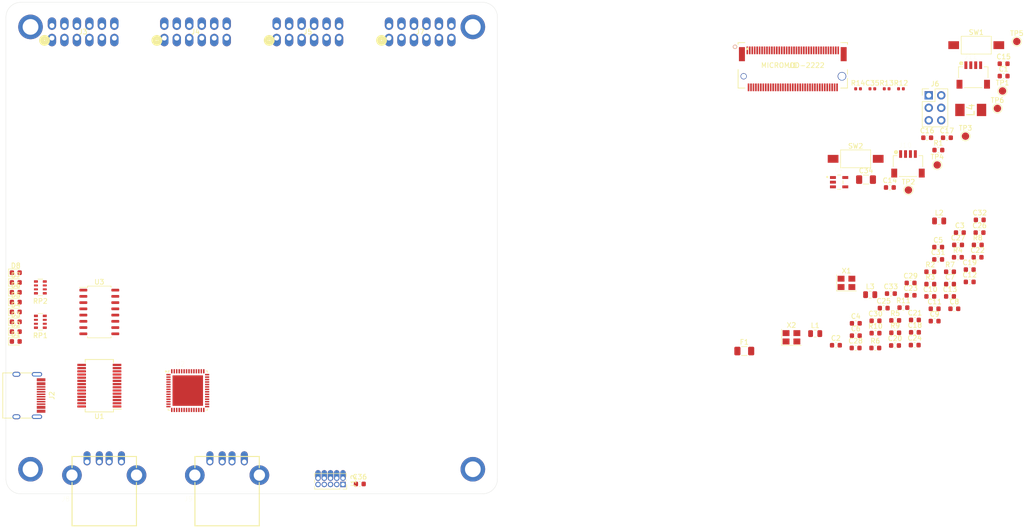
<source format=kicad_pcb>
(kicad_pcb (version 20171130) (host pcbnew 5.1.7-a382d34a8~88~ubuntu20.04.1)
  (layers (0 F.Cu signal) (31 B.Cu signal) (34 B.Paste user) (35 F.Paste user) (36 B.SilkS user) (37 F.SilkS user) (38 B.Mask user) (39 F.Mask user) (44 Edge.Cuts user))
  (net 0 "")
  (net 1 GND)
  (net 2 +5V)
  (net 3 +3V3)
  (net 4 "Net-(C6-Pad1)")
  (net 5 /usb/GL850_RESET)
  (net 6 /usb/FTDI_OSCI)
  (net 7 /usb/FTDI_OSCO)
  (net 8 "Net-(C12-Pad1)")
  (net 9 "Net-(C13-Pad1)")
  (net 10 "Net-(C23-Pad1)")
  (net 11 "Net-(C25-Pad1)")
  (net 12 "Net-(C27-Pad1)")
  (net 13 /usb/VBUS)
  (net 14 "Net-(J1-Pad73)")
  (net 15 "Net-(J1-Pad72)")
  (net 16 "Net-(J1-Pad71)")
  (net 17 "Net-(J1-Pad70)")
  (net 18 "Net-(J1-Pad69)")
  (net 19 "Net-(J1-Pad68)")
  (net 20 "Net-(J1-Pad67)")
  (net 21 "Net-(J1-Pad66)")
  (net 22 "Net-(J1-Pad65)")
  (net 23 "Net-(J1-Pad64)")
  (net 24 "Net-(J1-Pad63)")
  (net 25 "Net-(J1-Pad62)")
  (net 26 /SPI_CIPO)
  (net 27 "Net-(J1-Pad60)")
  (net 28 /SPI_COPI)
  (net 29 /AUD_MCLK)
  (net 30 /SPI_SCK)
  (net 31 /AUD_OUT)
  (net 32 /SPI_SS)
  (net 33 /AUD_IN)
  (net 34 /I2C_SCL1)
  (net 35 /AUD_LRCLK)
  (net 36 /I2C_SDA1)
  (net 37 /AUD_BCLK)
  (net 38 "Net-(J1-Pad48)")
  (net 39 "Net-(J1-Pad47)")
  (net 40 "Net-(J1-Pad46)")
  (net 41 "Net-(J1-Pad44)")
  (net 42 /CAN_TX)
  (net 43 "Net-(J1-Pad42)")
  (net 44 /CAN_RX)
  (net 45 "Net-(J1-Pad40)")
  (net 46 "Net-(J1-Pad38)")
  (net 47 /USBHOST_N)
  (net 48 /USBHOST_P)
  (net 49 "Net-(J1-Pad34)")
  (net 50 "Net-(J1-Pad32)")
  (net 51 /MMOD_SWDIO)
  (net 52 /MMOD_TX2)
  (net 53 /MMOD_SWDCLK)
  (net 54 /MMOD_RX2)
  (net 55 /MMOD_RX1)
  (net 56 "Net-(J1-Pad18)")
  (net 57 /MMOD_TX1)
  (net 58 /I2C_INT)
  (net 59 /MMOD_CTS1)
  (net 60 /I2C_SCL)
  (net 61 /MMOD_RTS1)
  (net 62 /I2C_SDA)
  (net 63 "Net-(J1-Pad11)")
  (net 64 "Net-(J1-Pad10)")
  (net 65 "Net-(J1-Pad8)")
  (net 66 /usb/USB1_N)
  (net 67 /3.3V_EN)
  (net 68 /usb/USB1_P)
  (net 69 /usb/USBC_P)
  (net 70 "Net-(J2-PadA5)")
  (net 71 "Net-(J2-PadB8)")
  (net 72 /usb/USBC_N)
  (net 73 "Net-(J2-PadB5)")
  (net 74 "Net-(J2-PadA8)")
  (net 75 /FTDI_SWO)
  (net 76 /FTDI_SWDIO)
  (net 77 /FTDI_SWCLK)
  (net 78 /SW_3.3V)
  (net 79 /usb/FTDI_TDI)
  (net 80 "Net-(R2-Pad2)")
  (net 81 "Net-(R3-Pad1)")
  (net 82 "Net-(R4-Pad2)")
  (net 83 "Net-(R5-Pad1)")
  (net 84 "Net-(R9-Pad2)")
  (net 85 "Net-(R10-Pad1)")
  (net 86 /usb/FTDI_PWREN)
  (net 87 "Net-(R12-Pad2)")
  (net 88 /FB_3.3V)
  (net 89 "Net-(RP1-Pad4)")
  (net 90 "Net-(RP1-Pad2)")
  (net 91 "Net-(RP1-Pad3)")
  (net 92 "Net-(RP1-Pad1)")
  (net 93 "Net-(RP2-Pad4)")
  (net 94 "Net-(RP2-Pad2)")
  (net 95 "Net-(RP2-Pad3)")
  (net 96 "Net-(RP2-Pad1)")
  (net 97 "Net-(U1-Pad22)")
  (net 98 "Net-(U1-Pad20)")
  (net 99 "Net-(U1-Pad12)")
  (net 100 "Net-(U1-Pad11)")
  (net 101 /usb/USBHUB_P)
  (net 102 /usb/USBHUB_N)
  (net 103 "Net-(U1-Pad3)")
  (net 104 "Net-(U1-Pad2)")
  (net 105 /usb/FTDI_EECLK)
  (net 106 /usb/FTDI_EEDATA)
  (net 107 "Net-(U2-Pad53)")
  (net 108 "Net-(U2-Pad52)")
  (net 109 "Net-(U2-Pad51)")
  (net 110 "Net-(U2-Pad49)")
  (net 111 "Net-(U2-Pad48)")
  (net 112 "Net-(U2-Pad47)")
  (net 113 "Net-(U2-Pad42)")
  (net 114 "Net-(U2-Pad40)")
  (net 115 "Net-(U2-Pad39)")
  (net 116 "Net-(U2-Pad38)")
  (net 117 "Net-(U2-Pad37)")
  (net 118 "Net-(U2-Pad35)")
  (net 119 "Net-(U2-Pad30)")
  (net 120 "Net-(U2-Pad29)")
  (net 121 "Net-(U2-Pad28)")
  (net 122 "Net-(U2-Pad27)")
  (net 123 "Net-(U2-Pad26)")
  (net 124 "Net-(U2-Pad25)")
  (net 125 "Net-(U2-Pad24)")
  (net 126 "Net-(U2-Pad20)")
  (net 127 "Net-(U2-Pad19)")
  (net 128 "Net-(U2-Pad18)")
  (net 129 "Net-(U2-Pad17)")
  (net 130 /usb/FTDI_EECS)
  (net 131 "Net-(U3-Pad9)")
  (net 132 /usb/TX1_LED)
  (net 133 /usb/RX1_LED)
  (net 134 /usb/TX2_LED)
  (net 135 /usb/RX2_LED)
  (net 136 /usb/RX3_LED)
  (net 137 /usb/TX4_LED)
  (net 138 /usb/RX4_LED)
  (net 139 /RESET)
  (net 140 "Net-(J12-Pad8)")
  (net 141 "Net-(J12-Pad7)")
  (module tom-connectors:PinSocket_2x05_P1.27mm_Vertical (layer F.Cu) (at 118.58 148.094999 270)
    (fp_text reference J12 (at -0.635 -2.135 90) (layer F.SilkS))
    (fp_text value SWD)
    (pad 10 thru_hole oval (at -1.27 5.08 270) (size 2.2 1.1) (drill 0.7 (offset -0.55 0)) (layers *.Cu *.Mask) (net 139 /RESET))
    (pad 9 thru_hole circle (at 0 5.08 270) (size 1.1 1.1) (drill 0.7) (layers *.Cu *.Mask) (net 1 GND))
    (pad 8 thru_hole oval (at -1.27 3.81 270) (size 2.2 1.1) (drill 0.7 (offset -0.55 0)) (layers *.Cu *.Mask) (net 140 "Net-(J12-Pad8)"))
    (pad 7 thru_hole circle (at 0 3.81 270) (size 1.1 1.1) (drill 0.7) (layers *.Cu *.Mask) (net 141 "Net-(J12-Pad7)"))
    (pad 6 thru_hole oval (at -1.27 2.54 270) (size 2.2 1.1) (drill 0.7 (offset -0.55 0)) (layers *.Cu *.Mask) (net 55 /MMOD_RX1))
    (pad 5 thru_hole circle (at 0 2.54 270) (size 1.1 1.1) (drill 0.7) (layers *.Cu *.Mask) (net 1 GND))
    (pad 4 thru_hole oval (at -1.27 1.27 270) (size 2.2 1.1) (drill 0.7 (offset -0.55 0)) (layers *.Cu *.Mask) (net 53 /MMOD_SWDCLK))
    (pad 3 thru_hole circle (at 0 1.27 270) (size 1.1 1.1) (drill 0.7) (layers *.Cu *.Mask) (net 1 GND))
    (pad 2 thru_hole oval (at -1.27 0 270) (size 2.2 1.1) (drill 0.7 (offset -0.55 0)) (layers *.Cu *.Mask) (net 51 /MMOD_SWDIO))
    (pad 1 thru_hole rect (at 0 0 270) (size 1.1 1.1) (drill 0.7) (layers *.Cu *.Mask) (net 3 +3V3))
  )
  (module tom-passives:C_0603_1608Metric (layer F.Cu) (at 122 148)
    (fp_text reference C36 (at 0 -1.43) (layer F.SilkS))
    (fp_text value 10uF)
    (pad 2 smd roundrect (at 0.7875 0) (size 0.875 0.95) (layers F.Cu F.Paste F.Mask) (net 1 GND))
    (pad 1 smd roundrect (at -0.7875 0) (size 0.875 0.95) (layers F.Cu F.Paste F.Mask) (net 3 +3V3))
  )
  (module tom-connectors:OST_USB-A1HSW6 (layer F.Cu) (at 95 150)
    (fp_text reference J9 (at -7.84845 1.02676 180) (layer F.SilkS) (effects (font (size 1.001717 1.001717) (thickness 0.015))))
    (fp_text value USBHOST)
    (pad 4 thru_hole oval (at 3.5 -6.51) (size 1.428 2.856) (drill oval 0.92 (offset 0 -0.714)) (layers *.Cu *.Mask) (net 1 GND))
    (pad 3 thru_hole oval (at 1 -6.51) (size 1.428 2.856) (drill oval 0.92 (offset 0 -0.714)) (layers *.Cu *.Mask) (net 48 /USBHOST_P))
    (pad 2 thru_hole oval (at -1 -6.51) (size 1.428 2.856) (drill oval 0.92 (offset 0 -0.714)) (layers *.Cu *.Mask) (net 47 /USBHOST_N))
    (pad 5 thru_hole circle (at 6.57 -3.8) (size 4 4) (drill 2.3) (layers *.Cu *.Mask) (net 1 GND))
    (pad 5 thru_hole circle (at -6.57 -3.8) (size 4 4) (drill 2.3) (layers *.Cu *.Mask) (net 1 GND))
    (pad 1 thru_hole oval (at -3.5 -6.51) (size 1.428 2.856) (drill oval 0.92 (offset 0 -0.714)) (layers *.Cu *.Mask) (net 13 /usb/VBUS))
  )
  (module tom-connectors:OST_USB-A1HSW6 (layer F.Cu) (at 70 150)
    (fp_text reference J8 (at -7.84845 1.02676 180) (layer F.SilkS) (effects (font (size 1.001717 1.001717) (thickness 0.015))))
    (fp_text value USBHUB)
    (pad 4 thru_hole oval (at 3.5 -6.51) (size 1.428 2.856) (drill oval 0.92 (offset 0 -0.714)) (layers *.Cu *.Mask) (net 1 GND))
    (pad 3 thru_hole oval (at 1 -6.51) (size 1.428 2.856) (drill oval 0.92 (offset 0 -0.714)) (layers *.Cu *.Mask) (net 101 /usb/USBHUB_P))
    (pad 2 thru_hole oval (at -1 -6.51) (size 1.428 2.856) (drill oval 0.92 (offset 0 -0.714)) (layers *.Cu *.Mask) (net 102 /usb/USBHUB_N))
    (pad 5 thru_hole circle (at 6.57 -3.8) (size 4 4) (drill 2.3) (layers *.Cu *.Mask) (net 1 GND))
    (pad 5 thru_hole circle (at -6.57 -3.8) (size 4 4) (drill 2.3) (layers *.Cu *.Mask) (net 1 GND))
    (pad 1 thru_hole oval (at -3.5 -6.51) (size 1.428 2.856) (drill oval 0.92 (offset 0 -0.714)) (layers *.Cu *.Mask) (net 13 /usb/VBUS))
  )
  (module tom-passives:Crystal_SMD_3225-4Pin_3.2x2.5mm (layer F.Cu) (at 209.83 118.15)
    (fp_text reference X2 (at 0 -2.45) (layer F.SilkS))
    (fp_text value 12MHz)
    (pad 4 smd rect (at -1.1 -0.85) (size 1.4 1.2) (layers F.Cu F.Paste F.Mask) (net 1 GND))
    (pad 3 smd rect (at 1.1 -0.85) (size 1.4 1.2) (layers F.Cu F.Paste F.Mask) (net 9 "Net-(C13-Pad1)"))
    (pad 2 smd rect (at 1.1 0.85) (size 1.4 1.2) (layers F.Cu F.Paste F.Mask) (net 1 GND))
    (pad 1 smd rect (at -1.1 0.85) (size 1.4 1.2) (layers F.Cu F.Paste F.Mask) (net 8 "Net-(C12-Pad1)"))
  )
  (module tom-passives:Crystal_SMD_3225-4Pin_3.2x2.5mm (layer F.Cu) (at 221.02 107.08)
    (fp_text reference X1 (at 0 -2.45) (layer F.SilkS))
    (fp_text value 12MHz)
    (pad 4 smd rect (at -1.1 -0.85) (size 1.4 1.2) (layers F.Cu F.Paste F.Mask) (net 1 GND))
    (pad 3 smd rect (at 1.1 -0.85) (size 1.4 1.2) (layers F.Cu F.Paste F.Mask) (net 7 /usb/FTDI_OSCO))
    (pad 2 smd rect (at 1.1 0.85) (size 1.4 1.2) (layers F.Cu F.Paste F.Mask) (net 1 GND))
    (pad 1 smd rect (at -1.1 0.85) (size 1.4 1.2) (layers F.Cu F.Paste F.Mask) (net 6 /usb/FTDI_OSCI))
  )
  (module tom-semiconductors:SOT95P280X145-5N (layer F.Cu) (at 219.525 86.59)
    (fp_text reference U4 (at -0.06 -2.508) (layer F.SilkS) (effects (font (size 0.8 0.8) (thickness 0.015))))
    (fp_text value TLV62569DBVR)
    (pad 5 smd rect (at 1.255 -0.95) (size 1.21 0.59) (layers F.Cu F.Paste F.Mask) (net 88 /FB_3.3V))
    (pad 4 smd rect (at 1.255 0.95) (size 1.21 0.59) (layers F.Cu F.Paste F.Mask) (net 2 +5V))
    (pad 3 smd rect (at -1.255 0.95) (size 1.21 0.59) (layers F.Cu F.Paste F.Mask) (net 78 /SW_3.3V))
    (pad 2 smd rect (at -1.255 0) (size 1.21 0.59) (layers F.Cu F.Paste F.Mask) (net 1 GND))
    (pad 1 smd rect (at -1.255 -0.95) (size 1.21 0.59) (layers F.Cu F.Paste F.Mask) (net 2 +5V))
  )
  (module tom-semiconductors:SOIC-16_4.55x10.3mm_P1.27mm (layer F.Cu) (at 69 113)
    (fp_text reference U3 (at 0 -6.1) (layer F.SilkS))
    (fp_text value 74HC595)
    (pad 16 smd roundrect (at 3.25 -4.445) (size 1.6 0.55) (layers F.Cu F.Paste F.Mask) (net 3 +3V3))
    (pad 15 smd roundrect (at 3.25 -3.175) (size 1.6 0.55) (layers F.Cu F.Paste F.Mask) (net 89 "Net-(RP1-Pad4)"))
    (pad 14 smd roundrect (at 3.25 -1.905) (size 1.6 0.55) (layers F.Cu F.Paste F.Mask) (net 106 /usb/FTDI_EEDATA))
    (pad 13 smd roundrect (at 3.25 -0.635) (size 1.6 0.55) (layers F.Cu F.Paste F.Mask) (net 86 /usb/FTDI_PWREN))
    (pad 12 smd roundrect (at 3.25 0.635) (size 1.6 0.55) (layers F.Cu F.Paste F.Mask) (net 130 /usb/FTDI_EECS))
    (pad 11 smd roundrect (at 3.25 1.905) (size 1.6 0.55) (layers F.Cu F.Paste F.Mask) (net 105 /usb/FTDI_EECLK))
    (pad 10 smd roundrect (at 3.25 3.175) (size 1.6 0.55) (layers F.Cu F.Paste F.Mask) (net 3 +3V3))
    (pad 9 smd roundrect (at 3.25 4.445) (size 1.6 0.55) (layers F.Cu F.Paste F.Mask) (net 131 "Net-(U3-Pad9)"))
    (pad 8 smd roundrect (at -3.25 4.445) (size 1.6 0.55) (layers F.Cu F.Paste F.Mask) (net 1 GND))
    (pad 7 smd roundrect (at -3.25 3.175) (size 1.6 0.55) (layers F.Cu F.Paste F.Mask) (net 96 "Net-(RP2-Pad1)"))
    (pad 6 smd roundrect (at -3.25 1.905) (size 1.6 0.55) (layers F.Cu F.Paste F.Mask) (net 94 "Net-(RP2-Pad2)"))
    (pad 5 smd roundrect (at -3.25 0.635) (size 1.6 0.55) (layers F.Cu F.Paste F.Mask) (net 95 "Net-(RP2-Pad3)"))
    (pad 4 smd roundrect (at -3.25 -0.635) (size 1.6 0.55) (layers F.Cu F.Paste F.Mask) (net 93 "Net-(RP2-Pad4)"))
    (pad 3 smd roundrect (at -3.25 -1.905) (size 1.6 0.55) (layers F.Cu F.Paste F.Mask) (net 92 "Net-(RP1-Pad1)"))
    (pad 2 smd roundrect (at -3.25 -3.175) (size 1.6 0.55) (layers F.Cu F.Paste F.Mask) (net 90 "Net-(RP1-Pad2)"))
    (pad 1 smd roundrect (at -3.25 -4.445) (size 1.6 0.55) (layers F.Cu F.Paste F.Mask) (net 91 "Net-(RP1-Pad3)"))
  )
  (module tom-semiconductors:QFN50P800X800X100-57N (layer F.Cu) (at 87 129)
    (fp_text reference U2 (at -1.576715 -5.390825) (layer F.SilkS) (effects (font (size 1.001079 1.001079) (thickness 0.015))))
    (fp_text value FT4232H-56Q-REEL)
    (pad 57 smd rect (at 0 0) (size 6.2 6.2) (layers F.Cu F.Mask) (net 1 GND))
    (pad 56 smd rect (at -3.25 -3.935) (size 0.3 0.85) (layers F.Cu F.Paste F.Mask) (net 105 /usb/FTDI_EECLK))
    (pad 55 smd rect (at -2.75 -3.935) (size 0.3 0.85) (layers F.Cu F.Paste F.Mask) (net 106 /usb/FTDI_EEDATA))
    (pad 54 smd rect (at -2.25 -3.935) (size 0.3 0.85) (layers F.Cu F.Paste F.Mask) (net 86 /usb/FTDI_PWREN))
    (pad 53 smd rect (at -1.75 -3.935) (size 0.3 0.85) (layers F.Cu F.Paste F.Mask) (net 107 "Net-(U2-Pad53)"))
    (pad 52 smd rect (at -1.25 -3.935) (size 0.3 0.85) (layers F.Cu F.Paste F.Mask) (net 108 "Net-(U2-Pad52)"))
    (pad 51 smd rect (at -0.75 -3.935) (size 0.3 0.85) (layers F.Cu F.Paste F.Mask) (net 109 "Net-(U2-Pad51)"))
    (pad 50 smd rect (at -0.25 -3.935) (size 0.3 0.85) (layers F.Cu F.Paste F.Mask) (net 3 +3V3))
    (pad 49 smd rect (at 0.25 -3.935) (size 0.3 0.85) (layers F.Cu F.Paste F.Mask) (net 110 "Net-(U2-Pad49)"))
    (pad 48 smd rect (at 0.75 -3.935) (size 0.3 0.85) (layers F.Cu F.Paste F.Mask) (net 111 "Net-(U2-Pad48)"))
    (pad 47 smd rect (at 1.25 -3.935) (size 0.3 0.85) (layers F.Cu F.Paste F.Mask) (net 112 "Net-(U2-Pad47)"))
    (pad 46 smd rect (at 1.75 -3.935) (size 0.3 0.85) (layers F.Cu F.Paste F.Mask) (net 75 /FTDI_SWO))
    (pad 45 smd rect (at 2.25 -3.935) (size 0.3 0.85) (layers F.Cu F.Paste F.Mask) (net 1 GND))
    (pad 44 smd rect (at 2.75 -3.935) (size 0.3 0.85) (layers F.Cu F.Paste F.Mask) (net 3 +3V3))
    (pad 43 smd rect (at 3.25 -3.935) (size 0.3 0.85) (layers F.Cu F.Paste F.Mask) (net 11 "Net-(C25-Pad1)"))
    (pad 42 smd rect (at 3.935 -3.25) (size 0.85 0.3) (layers F.Cu F.Paste F.Mask) (net 113 "Net-(U2-Pad42)"))
    (pad 41 smd rect (at 3.935 -2.75) (size 0.85 0.3) (layers F.Cu F.Paste F.Mask) (net 1 GND))
    (pad 40 smd rect (at 3.935 -2.25) (size 0.85 0.3) (layers F.Cu F.Paste F.Mask) (net 114 "Net-(U2-Pad40)"))
    (pad 39 smd rect (at 3.935 -1.75) (size 0.85 0.3) (layers F.Cu F.Paste F.Mask) (net 115 "Net-(U2-Pad39)"))
    (pad 38 smd rect (at 3.935 -1.25) (size 0.85 0.3) (layers F.Cu F.Paste F.Mask) (net 116 "Net-(U2-Pad38)"))
    (pad 37 smd rect (at 3.935 -0.75) (size 0.85 0.3) (layers F.Cu F.Paste F.Mask) (net 117 "Net-(U2-Pad37)"))
    (pad 36 smd rect (at 3.935 -0.25) (size 0.85 0.3) (layers F.Cu F.Paste F.Mask) (net 3 +3V3))
    (pad 35 smd rect (at 3.935 0.25) (size 0.85 0.3) (layers F.Cu F.Paste F.Mask) (net 118 "Net-(U2-Pad35)"))
    (pad 34 smd rect (at 3.935 0.75) (size 0.85 0.3) (layers F.Cu F.Paste F.Mask) (net 76 /FTDI_SWDIO))
    (pad 33 smd rect (at 3.935 1.25) (size 0.85 0.3) (layers F.Cu F.Paste F.Mask) (net 79 /usb/FTDI_TDI))
    (pad 32 smd rect (at 3.935 1.75) (size 0.85 0.3) (layers F.Cu F.Paste F.Mask) (net 77 /FTDI_SWCLK))
    (pad 31 smd rect (at 3.935 2.25) (size 0.85 0.3) (layers F.Cu F.Paste F.Mask) (net 11 "Net-(C25-Pad1)"))
    (pad 30 smd rect (at 3.935 2.75) (size 0.85 0.3) (layers F.Cu F.Paste F.Mask) (net 119 "Net-(U2-Pad30)"))
    (pad 29 smd rect (at 3.935 3.25) (size 0.85 0.3) (layers F.Cu F.Paste F.Mask) (net 120 "Net-(U2-Pad29)"))
    (pad 28 smd rect (at 3.25 3.935) (size 0.3 0.85) (layers F.Cu F.Paste F.Mask) (net 121 "Net-(U2-Pad28)"))
    (pad 27 smd rect (at 2.75 3.935) (size 0.3 0.85) (layers F.Cu F.Paste F.Mask) (net 122 "Net-(U2-Pad27)"))
    (pad 26 smd rect (at 2.25 3.935) (size 0.3 0.85) (layers F.Cu F.Paste F.Mask) (net 123 "Net-(U2-Pad26)"))
    (pad 25 smd rect (at 1.75 3.935) (size 0.3 0.85) (layers F.Cu F.Paste F.Mask) (net 124 "Net-(U2-Pad25)"))
    (pad 24 smd rect (at 1.25 3.935) (size 0.3 0.85) (layers F.Cu F.Paste F.Mask) (net 125 "Net-(U2-Pad24)"))
    (pad 23 smd rect (at 0.75 3.935) (size 0.3 0.85) (layers F.Cu F.Paste F.Mask) (net 52 /MMOD_TX2))
    (pad 22 smd rect (at 0.25 3.935) (size 0.3 0.85) (layers F.Cu F.Paste F.Mask) (net 54 /MMOD_RX2))
    (pad 21 smd rect (at -0.25 3.935) (size 0.3 0.85) (layers F.Cu F.Paste F.Mask) (net 1 GND))
    (pad 20 smd rect (at -0.75 3.935) (size 0.3 0.85) (layers F.Cu F.Paste F.Mask) (net 126 "Net-(U2-Pad20)"))
    (pad 19 smd rect (at -1.25 3.935) (size 0.3 0.85) (layers F.Cu F.Paste F.Mask) (net 127 "Net-(U2-Pad19)"))
    (pad 18 smd rect (at -1.75 3.935) (size 0.3 0.85) (layers F.Cu F.Paste F.Mask) (net 128 "Net-(U2-Pad18)"))
    (pad 17 smd rect (at -2.25 3.935) (size 0.3 0.85) (layers F.Cu F.Paste F.Mask) (net 129 "Net-(U2-Pad17)"))
    (pad 16 smd rect (at -2.75 3.935) (size 0.3 0.85) (layers F.Cu F.Paste F.Mask) (net 3 +3V3))
    (pad 15 smd rect (at -3.25 3.935) (size 0.3 0.85) (layers F.Cu F.Paste F.Mask) (net 61 /MMOD_RTS1))
    (pad 14 smd rect (at -3.935 3.25) (size 0.85 0.3) (layers F.Cu F.Paste F.Mask) (net 59 /MMOD_CTS1))
    (pad 13 smd rect (at -3.935 2.75) (size 0.85 0.3) (layers F.Cu F.Paste F.Mask) (net 57 /MMOD_TX1))
    (pad 12 smd rect (at -3.935 2.25) (size 0.85 0.3) (layers F.Cu F.Paste F.Mask) (net 75 /FTDI_SWO))
    (pad 11 smd rect (at -3.935 1.75) (size 0.85 0.3) (layers F.Cu F.Paste F.Mask) (net 80 "Net-(R2-Pad2)"))
    (pad 10 smd rect (at -3.935 1.25) (size 0.85 0.3) (layers F.Cu F.Paste F.Mask) (net 1 GND))
    (pad 9 smd rect (at -3.935 0.75) (size 0.85 0.3) (layers F.Cu F.Paste F.Mask) (net 12 "Net-(C27-Pad1)"))
    (pad 8 smd rect (at -3.935 0.25) (size 0.85 0.3) (layers F.Cu F.Paste F.Mask) (net 103 "Net-(U1-Pad3)"))
    (pad 7 smd rect (at -3.935 -0.25) (size 0.85 0.3) (layers F.Cu F.Paste F.Mask) (net 104 "Net-(U1-Pad2)"))
    (pad 6 smd rect (at -3.935 -0.75) (size 0.85 0.3) (layers F.Cu F.Paste F.Mask) (net 84 "Net-(R9-Pad2)"))
    (pad 5 smd rect (at -3.935 -1.25) (size 0.85 0.3) (layers F.Cu F.Paste F.Mask) (net 10 "Net-(C23-Pad1)"))
    (pad 4 smd rect (at -3.935 -1.75) (size 0.85 0.3) (layers F.Cu F.Paste F.Mask) (net 7 /usb/FTDI_OSCO))
    (pad 3 smd rect (at -3.935 -2.25) (size 0.85 0.3) (layers F.Cu F.Paste F.Mask) (net 6 /usb/FTDI_OSCI))
    (pad 2 smd rect (at -3.935 -2.75) (size 0.85 0.3) (layers F.Cu F.Paste F.Mask) (net 11 "Net-(C25-Pad1)"))
    (pad 1 smd rect (at -3.935 -3.25) (size 0.85 0.3) (layers F.Cu F.Paste F.Mask) (net 130 /usb/FTDI_EECS))
  )
  (module tom-semiconductors:SSOP-28_5.3x10.2mm_P0.65mm (layer F.Cu) (at 69 128 180)
    (fp_text reference U1 (at 0 -6.25) (layer F.SilkS))
    (fp_text value GL850)
    (pad 28 smd rect (at 3.6 -4.225 180) (size 1.75 0.45) (layers F.Cu F.Paste F.Mask) (net 68 /usb/USB1_P))
    (pad 27 smd rect (at 3.6 -3.575 180) (size 1.75 0.45) (layers F.Cu F.Paste F.Mask) (net 66 /usb/USB1_N))
    (pad 26 smd rect (at 3.6 -2.925 180) (size 1.75 0.45) (layers F.Cu F.Paste F.Mask) (net 69 /usb/USBC_P))
    (pad 25 smd rect (at 3.6 -2.275 180) (size 1.75 0.45) (layers F.Cu F.Paste F.Mask) (net 72 /usb/USBC_N))
    (pad 24 smd rect (at 3.6 -1.625 180) (size 1.75 0.45) (layers F.Cu F.Paste F.Mask) (net 3 +3V3))
    (pad 23 smd rect (at 3.6 -0.975 180) (size 1.75 0.45) (layers F.Cu F.Paste F.Mask) (net 2 +5V))
    (pad 22 smd rect (at 3.6 -0.325 180) (size 1.75 0.45) (layers F.Cu F.Paste F.Mask) (net 97 "Net-(U1-Pad22)"))
    (pad 21 smd rect (at 3.6 0.325 180) (size 1.75 0.45) (layers F.Cu F.Paste F.Mask) (net 85 "Net-(R10-Pad1)"))
    (pad 20 smd rect (at 3.6 0.975 180) (size 1.75 0.45) (layers F.Cu F.Paste F.Mask) (net 98 "Net-(U1-Pad20)"))
    (pad 19 smd rect (at 3.6 1.625 180) (size 1.75 0.45) (layers F.Cu F.Paste F.Mask) (net 85 "Net-(R10-Pad1)"))
    (pad 18 smd rect (at 3.6 2.275 180) (size 1.75 0.45) (layers F.Cu F.Paste F.Mask) (net 81 "Net-(R3-Pad1)"))
    (pad 17 smd rect (at 3.6 2.925 180) (size 1.75 0.45) (layers F.Cu F.Paste F.Mask) (net 82 "Net-(R4-Pad2)"))
    (pad 16 smd rect (at 3.6 3.575 180) (size 1.75 0.45) (layers F.Cu F.Paste F.Mask) (net 3 +3V3))
    (pad 15 smd rect (at 3.6 4.225 180) (size 1.75 0.45) (layers F.Cu F.Paste F.Mask) (net 1 GND))
    (pad 14 smd rect (at -3.6 4.225 180) (size 1.75 0.45) (layers F.Cu F.Paste F.Mask) (net 1 GND))
    (pad 13 smd rect (at -3.6 3.575 180) (size 1.75 0.45) (layers F.Cu F.Paste F.Mask) (net 5 /usb/GL850_RESET))
    (pad 12 smd rect (at -3.6 2.925 180) (size 1.75 0.45) (layers F.Cu F.Paste F.Mask) (net 99 "Net-(U1-Pad12)"))
    (pad 11 smd rect (at -3.6 2.275 180) (size 1.75 0.45) (layers F.Cu F.Paste F.Mask) (net 100 "Net-(U1-Pad11)"))
    (pad 10 smd rect (at -3.6 1.625 180) (size 1.75 0.45) (layers F.Cu F.Paste F.Mask) (net 4 "Net-(C6-Pad1)"))
    (pad 9 smd rect (at -3.6 0.975 180) (size 1.75 0.45) (layers F.Cu F.Paste F.Mask) (net 101 /usb/USBHUB_P))
    (pad 8 smd rect (at -3.6 0.325 180) (size 1.75 0.45) (layers F.Cu F.Paste F.Mask) (net 102 /usb/USBHUB_N))
    (pad 7 smd rect (at -3.6 -0.325 180) (size 1.75 0.45) (layers F.Cu F.Paste F.Mask) (net 9 "Net-(C13-Pad1)"))
    (pad 6 smd rect (at -3.6 -0.975 180) (size 1.75 0.45) (layers F.Cu F.Paste F.Mask) (net 8 "Net-(C12-Pad1)"))
    (pad 5 smd rect (at -3.6 -1.625 180) (size 1.75 0.45) (layers F.Cu F.Paste F.Mask) (net 4 "Net-(C6-Pad1)"))
    (pad 4 smd rect (at -3.6 -2.275 180) (size 1.75 0.45) (layers F.Cu F.Paste F.Mask) (net 83 "Net-(R5-Pad1)"))
    (pad 3 smd rect (at -3.6 -2.925 180) (size 1.75 0.45) (layers F.Cu F.Paste F.Mask) (net 103 "Net-(U1-Pad3)"))
    (pad 2 smd rect (at -3.6 -3.575 180) (size 1.75 0.45) (layers F.Cu F.Paste F.Mask) (net 104 "Net-(U1-Pad2)"))
    (pad 1 smd rect (at -3.6 -4.225 180) (size 1.75 0.45) (layers F.Cu F.Paste F.Mask) (net 4 "Net-(C6-Pad1)"))
  )
  (module tom-mechanical:TestPoint_Pad_D1.5mm (layer F.Cu) (at 251.74 71.58)
    (fp_text reference TP6 (at 0 -1.648) (layer F.SilkS))
    (fp_text value TestPoint)
    (pad 1 smd circle (at 0 0) (size 1.5 1.5) (layers F.Cu F.Mask) (net 17 "Net-(J1-Pad70)"))
  )
  (module tom-mechanical:TestPoint_Pad_D1.5mm (layer F.Cu) (at 255.68 57.96)
    (fp_text reference TP5 (at 0 -1.648) (layer F.SilkS))
    (fp_text value TestPoint)
    (pad 1 smd circle (at 0 0) (size 1.5 1.5) (layers F.Cu F.Mask) (net 19 "Net-(J1-Pad68)"))
  )
  (module tom-mechanical:TestPoint_Pad_D1.5mm (layer F.Cu) (at 239.49 83.09)
    (fp_text reference TP4 (at 0 -1.648) (layer F.SilkS))
    (fp_text value TestPoint)
    (pad 1 smd circle (at 0 0) (size 1.5 1.5) (layers F.Cu F.Mask) (net 21 "Net-(J1-Pad66)"))
  )
  (module tom-mechanical:TestPoint_Pad_D1.5mm (layer F.Cu) (at 245.24 77.23)
    (fp_text reference TP3 (at 0 -1.648) (layer F.SilkS))
    (fp_text value TestPoint)
    (pad 1 smd circle (at 0 0) (size 1.5 1.5) (layers F.Cu F.Mask) (net 23 "Net-(J1-Pad64)"))
  )
  (module tom-mechanical:TestPoint_Pad_D1.5mm (layer F.Cu) (at 233.63 88.19)
    (fp_text reference TP2 (at 0 -1.648) (layer F.SilkS))
    (fp_text value TestPoint)
    (pad 1 smd circle (at 0 0) (size 1.5 1.5) (layers F.Cu F.Mask) (net 25 "Net-(J1-Pad62)"))
  )
  (module tom-mechanical:TestPoint_Pad_D1.5mm (layer F.Cu) (at 252.77 68.03)
    (fp_text reference TP1 (at 0 -1.648) (layer F.SilkS))
    (fp_text value TestPoint)
    (pad 1 smd circle (at 0 0) (size 1.5 1.5) (layers F.Cu F.Mask) (net 27 "Net-(J1-Pad60)"))
  )
  (module tom-mechanical:SW_SPST_SMD_2PIN_3.5x6.0 (layer F.Cu) (at 222.89 81.84)
    (fp_text reference SW2 (at 0 -2.6) (layer F.SilkS))
    (fp_text value SW_SPST)
    (pad 1 smd rect (at -4.59 0) (size 2.18 1.6) (layers F.Cu F.Paste F.Mask) (net 63 "Net-(J1-Pad11)"))
    (pad 2 smd rect (at 4.59 0) (size 2.18 1.6) (layers F.Cu F.Paste F.Mask) (net 1 GND))
  )
  (module tom-mechanical:SW_SPST_SMD_2PIN_3.5x6.0 (layer F.Cu) (at 247.43 58.71)
    (fp_text reference SW1 (at 0 -2.6) (layer F.SilkS))
    (fp_text value SW_SPST)
    (pad 1 smd rect (at -4.59 0) (size 2.18 1.6) (layers F.Cu F.Paste F.Mask) (net 139 /RESET))
    (pad 2 smd rect (at 4.59 0) (size 2.18 1.6) (layers F.Cu F.Paste F.Mask) (net 1 GND))
  )
  (module tom-passives:R_Array_Convex_4x0603 (layer F.Cu) (at 57 108 180)
    (fp_text reference RP2 (at 0 -2.8) (layer F.SilkS))
    (fp_text value 470R)
    (pad 5 smd rect (at 0.9 1.2 180) (size 0.8 0.5) (layers F.Cu F.Paste F.Mask) (net 138 /usb/RX4_LED))
    (pad 6 smd rect (at 0.9 0.4 180) (size 0.8 0.4) (layers F.Cu F.Paste F.Mask) (net 137 /usb/TX4_LED))
    (pad 8 smd rect (at 0.9 -1.2 180) (size 0.8 0.5) (layers F.Cu F.Paste F.Mask) (net 134 /usb/TX2_LED))
    (pad 7 smd rect (at 0.9 -0.4 180) (size 0.8 0.4) (layers F.Cu F.Paste F.Mask) (net 136 /usb/RX3_LED))
    (pad 4 smd rect (at -0.9 1.2 180) (size 0.8 0.5) (layers F.Cu F.Paste F.Mask) (net 93 "Net-(RP2-Pad4)"))
    (pad 2 smd rect (at -0.9 -0.4 180) (size 0.8 0.4) (layers F.Cu F.Paste F.Mask) (net 94 "Net-(RP2-Pad2)"))
    (pad 3 smd rect (at -0.9 0.4 180) (size 0.8 0.4) (layers F.Cu F.Paste F.Mask) (net 95 "Net-(RP2-Pad3)"))
    (pad 1 smd rect (at -0.9 -1.2 180) (size 0.8 0.5) (layers F.Cu F.Paste F.Mask) (net 96 "Net-(RP2-Pad1)"))
  )
  (module tom-passives:R_Array_Convex_4x0603 (layer F.Cu) (at 57 115 180)
    (fp_text reference RP1 (at 0 -2.8) (layer F.SilkS))
    (fp_text value 470R)
    (pad 5 smd rect (at 0.9 1.2 180) (size 0.8 0.5) (layers F.Cu F.Paste F.Mask) (net 135 /usb/RX2_LED))
    (pad 6 smd rect (at 0.9 0.4 180) (size 0.8 0.4) (layers F.Cu F.Paste F.Mask) (net 134 /usb/TX2_LED))
    (pad 8 smd rect (at 0.9 -1.2 180) (size 0.8 0.5) (layers F.Cu F.Paste F.Mask) (net 132 /usb/TX1_LED))
    (pad 7 smd rect (at 0.9 -0.4 180) (size 0.8 0.4) (layers F.Cu F.Paste F.Mask) (net 133 /usb/RX1_LED))
    (pad 4 smd rect (at -0.9 1.2 180) (size 0.8 0.5) (layers F.Cu F.Paste F.Mask) (net 89 "Net-(RP1-Pad4)"))
    (pad 2 smd rect (at -0.9 -0.4 180) (size 0.8 0.4) (layers F.Cu F.Paste F.Mask) (net 90 "Net-(RP1-Pad2)"))
    (pad 3 smd rect (at -0.9 0.4 180) (size 0.8 0.4) (layers F.Cu F.Paste F.Mask) (net 91 "Net-(RP1-Pad3)"))
    (pad 1 smd rect (at -0.9 -1.2 180) (size 0.8 0.5) (layers F.Cu F.Paste F.Mask) (net 92 "Net-(RP1-Pad1)"))
  )
  (module tom-passives:R_0402_1005Metric (layer F.Cu) (at 223.38 67.59)
    (fp_text reference R14 (at 0 -1.17) (layer F.SilkS))
    (fp_text value 100k/1%)
    (pad 2 smd roundrect (at 0.485 0) (size 0.59 0.64) (layers F.Cu F.Paste F.Mask) (net 1 GND))
    (pad 1 smd roundrect (at -0.485 0) (size 0.59 0.64) (layers F.Cu F.Paste F.Mask) (net 88 /FB_3.3V))
  )
  (module tom-passives:R_0402_1005Metric (layer F.Cu) (at 229.2 67.59)
    (fp_text reference R13 (at 0 -1.17) (layer F.SilkS))
    (fp_text value 300k/1%)
    (pad 2 smd roundrect (at 0.485 0) (size 0.59 0.64) (layers F.Cu F.Paste F.Mask) (net 88 /FB_3.3V))
    (pad 1 smd roundrect (at -0.485 0) (size 0.59 0.64) (layers F.Cu F.Paste F.Mask) (net 87 "Net-(R12-Pad2)"))
  )
  (module tom-passives:R_0402_1005Metric (layer F.Cu) (at 232.11 67.59)
    (fp_text reference R12 (at 0 -1.17) (layer F.SilkS))
    (fp_text value 150k/1%)
    (pad 2 smd roundrect (at 0.485 0) (size 0.59 0.64) (layers F.Cu F.Paste F.Mask) (net 87 "Net-(R12-Pad2)"))
    (pad 1 smd roundrect (at -0.485 0) (size 0.59 0.64) (layers F.Cu F.Paste F.Mask) (net 3 +3V3))
  )
  (module tom-passives:R_0603_1608Metric (layer F.Cu) (at 232.61 112.12)
    (fp_text reference R11 (at 0 -1.43) (layer F.SilkS))
    (fp_text value 10k)
    (pad 2 smd roundrect (at 0.7875 0) (size 0.875 0.95) (layers F.Cu F.Paste F.Mask) (net 86 /usb/FTDI_PWREN))
    (pad 1 smd roundrect (at -0.7875 0) (size 0.875 0.95) (layers F.Cu F.Paste F.Mask) (net 3 +3V3))
  )
  (module tom-passives:R_0603_1608Metric (layer F.Cu) (at 226.93 117.31)
    (fp_text reference R10 (at 0 -1.43) (layer F.SilkS))
    (fp_text value 10k)
    (pad 2 smd roundrect (at 0.7875 0) (size 0.875 0.95) (layers F.Cu F.Paste F.Mask) (net 2 +5V))
    (pad 1 smd roundrect (at -0.7875 0) (size 0.875 0.95) (layers F.Cu F.Paste F.Mask) (net 85 "Net-(R10-Pad1)"))
  )
  (module tom-passives:R_0603_1608Metric (layer F.Cu) (at 230.94 117.23)
    (fp_text reference R9 (at 0 -1.43) (layer F.SilkS))
    (fp_text value 12k)
    (pad 2 smd roundrect (at 0.7875 0) (size 0.875 0.95) (layers F.Cu F.Paste F.Mask) (net 84 "Net-(R9-Pad2)"))
    (pad 1 smd roundrect (at -0.7875 0) (size 0.875 0.95) (layers F.Cu F.Paste F.Mask) (net 1 GND))
  )
  (module tom-passives:R_0603_1608Metric (layer F.Cu) (at 247.74 99.36)
    (fp_text reference R8 (at 0 -1.43) (layer F.SilkS))
    (fp_text value 10k)
    (pad 2 smd roundrect (at 0.7875 0) (size 0.875 0.95) (layers F.Cu F.Paste F.Mask) (net 2 +5V))
    (pad 1 smd roundrect (at -0.7875 0) (size 0.875 0.95) (layers F.Cu F.Paste F.Mask) (net 5 /usb/GL850_RESET))
  )
  (module tom-passives:R_0603_1608Metric (layer F.Cu) (at 242.09 104.82)
    (fp_text reference R7 (at 0 -1.43) (layer F.SilkS))
    (fp_text value 5.1k)
    (pad 2 smd roundrect (at 0.7875 0) (size 0.875 0.95) (layers F.Cu F.Paste F.Mask) (net 1 GND))
    (pad 1 smd roundrect (at -0.7875 0) (size 0.875 0.95) (layers F.Cu F.Paste F.Mask) (net 73 "Net-(J2-PadB5)"))
  )
  (module tom-passives:R_0603_1608Metric (layer F.Cu) (at 226.89 120.33)
    (fp_text reference R6 (at 0 -1.43) (layer F.SilkS))
    (fp_text value 5.1k)
    (pad 2 smd roundrect (at 0.7875 0) (size 0.875 0.95) (layers F.Cu F.Paste F.Mask) (net 70 "Net-(J2-PadA5)"))
    (pad 1 smd roundrect (at -0.7875 0) (size 0.875 0.95) (layers F.Cu F.Paste F.Mask) (net 1 GND))
  )
  (module tom-passives:R_0603_1608Metric (layer F.Cu) (at 230.94 114.72)
    (fp_text reference R5 (at 0 -1.43) (layer F.SilkS))
    (fp_text value 680R)
    (pad 2 smd roundrect (at 0.7875 0) (size 0.875 0.95) (layers F.Cu F.Paste F.Mask) (net 1 GND))
    (pad 1 smd roundrect (at -0.7875 0) (size 0.875 0.95) (layers F.Cu F.Paste F.Mask) (net 83 "Net-(R5-Pad1)"))
  )
  (module tom-passives:R_0603_1608Metric (layer F.Cu) (at 243.69 101.87)
    (fp_text reference R4 (at 0 -1.43) (layer F.SilkS))
    (fp_text value 10k)
    (pad 2 smd roundrect (at 0.7875 0) (size 0.875 0.95) (layers F.Cu F.Paste F.Mask) (net 82 "Net-(R4-Pad2)"))
    (pad 1 smd roundrect (at -0.7875 0) (size 0.875 0.95) (layers F.Cu F.Paste F.Mask) (net 3 +3V3))
  )
  (module tom-passives:R_0603_1608Metric (layer F.Cu) (at 238.08 107.33)
    (fp_text reference R3 (at 0 -1.43) (layer F.SilkS))
    (fp_text value 100k)
    (pad 2 smd roundrect (at 0.7875 0) (size 0.875 0.95) (layers F.Cu F.Paste F.Mask) (net 3 +3V3))
    (pad 1 smd roundrect (at -0.7875 0) (size 0.875 0.95) (layers F.Cu F.Paste F.Mask) (net 81 "Net-(R3-Pad1)"))
  )
  (module tom-passives:R_0603_1608Metric (layer F.Cu) (at 238.08 104.82)
    (fp_text reference R2 (at 0 -1.43) (layer F.SilkS))
    (fp_text value 10k)
    (pad 2 smd roundrect (at 0.7875 0) (size 0.875 0.95) (layers F.Cu F.Paste F.Mask) (net 80 "Net-(R2-Pad2)"))
    (pad 1 smd roundrect (at -0.7875 0) (size 0.875 0.95) (layers F.Cu F.Paste F.Mask) (net 2 +5V))
  )
  (module tom-passives:R_0603_1608Metric (layer F.Cu) (at 239.72 80.06)
    (fp_text reference R1 (at 0 -1.43) (layer F.SilkS))
    (fp_text value 470R)
    (pad 2 smd roundrect (at 0.7875 0) (size 0.875 0.95) (layers F.Cu F.Paste F.Mask) (net 79 /usb/FTDI_TDI))
    (pad 1 smd roundrect (at -0.7875 0) (size 0.875 0.95) (layers F.Cu F.Paste F.Mask) (net 76 /FTDI_SWDIO))
  )
  (module tom-passives:L_MWSA0518S (layer F.Cu) (at 246.305 71.895)
    (fp_text reference L4 (at 0 0 90) (layer F.SilkS) (effects (font (size 1.5 1.5) (thickness 0.2))))
    (fp_text value 2.2uH/4.5A hide)
    (pad 2 smd rect (at 2.2 0) (size 1.9 2.5) (layers F.Cu F.Paste F.Mask) (net 3 +3V3))
    (pad 1 smd rect (at -2.2 0) (size 1.9 2.5) (layers F.Cu F.Paste F.Mask) (net 78 /SW_3.3V))
  )
  (module tom-passives:C_0805_2012Metric (layer F.Cu) (at 225.85 109.48)
    (fp_text reference L3 (at 0 -1.65) (layer F.SilkS))
    (fp_text value 100mA)
    (pad 2 smd roundrect (at 0.9375 0) (size 0.975 1.4) (layers F.Cu F.Paste F.Mask) (net 10 "Net-(C23-Pad1)"))
    (pad 1 smd roundrect (at -0.9375 0) (size 0.975 1.4) (layers F.Cu F.Paste F.Mask) (net 3 +3V3))
  )
  (module tom-passives:C_0805_2012Metric (layer F.Cu) (at 239.88 94.48)
    (fp_text reference L2 (at 0 -1.65) (layer F.SilkS))
    (fp_text value 100mA)
    (pad 2 smd roundrect (at 0.9375 0) (size 0.975 1.4) (layers F.Cu F.Paste F.Mask) (net 12 "Net-(C27-Pad1)"))
    (pad 1 smd roundrect (at -0.9375 0) (size 0.975 1.4) (layers F.Cu F.Paste F.Mask) (net 3 +3V3))
  )
  (module tom-passives:C_0805_2012Metric (layer F.Cu) (at 214.66 117.4)
    (fp_text reference L1 (at 0 -1.65) (layer F.SilkS))
    (fp_text value INDUCTOR_SMALL)
    (pad 2 smd roundrect (at 0.9375 0) (size 0.975 1.4) (layers F.Cu F.Paste F.Mask) (net 4 "Net-(C6-Pad1)"))
    (pad 1 smd roundrect (at -0.9375 0) (size 0.975 1.4) (layers F.Cu F.Paste F.Mask) (net 3 +3V3))
  )
  (module "tom-connectors:JST_SM04B-SRSS-TB(LF)(SN)" (layer F.Cu) (at 246.82 62.785)
    (fp_text reference J11 (at -0.545095 -1.767685) (layer F.SilkS) (effects (font (size 1.001173 1.001173) (thickness 0.015))))
    (fp_text value QWIIC)
    (pad 4 smd rect (at 1.5 0) (size 0.6 1.55) (layers F.Cu F.Paste F.Mask) (net 60 /I2C_SCL))
    (pad 3 smd rect (at 0.5 0) (size 0.6 1.55) (layers F.Cu F.Paste F.Mask) (net 62 /I2C_SDA))
    (pad 2 smd rect (at -0.5 0) (size 0.6 1.55) (layers F.Cu F.Paste F.Mask) (net 1 GND))
    (pad 1 smd rect (at -1.5 0) (size 0.6 1.55) (layers F.Cu F.Paste F.Mask) (net 3 +3V3))
    (pad S1 smd rect (at -2.8 3.875) (size 1.2 1.8) (layers F.Cu F.Paste F.Mask) (net 1 GND))
    (pad S2 smd rect (at 2.8 3.875) (size 1.2 1.8) (layers F.Cu F.Paste F.Mask) (net 1 GND))
  )
  (module "tom-connectors:JST_SM04B-SRSS-TB(LF)(SN)" (layer F.Cu) (at 233.54 80.865)
    (fp_text reference J10 (at -0.545095 -1.767685) (layer F.SilkS) (effects (font (size 1.001173 1.001173) (thickness 0.015))))
    (fp_text value QWIIC)
    (pad 4 smd rect (at 1.5 0) (size 0.6 1.55) (layers F.Cu F.Paste F.Mask) (net 34 /I2C_SCL1))
    (pad 3 smd rect (at 0.5 0) (size 0.6 1.55) (layers F.Cu F.Paste F.Mask) (net 36 /I2C_SDA1))
    (pad 2 smd rect (at -0.5 0) (size 0.6 1.55) (layers F.Cu F.Paste F.Mask) (net 1 GND))
    (pad 1 smd rect (at -1.5 0) (size 0.6 1.55) (layers F.Cu F.Paste F.Mask) (net 3 +3V3))
    (pad S1 smd rect (at -2.8 3.875) (size 1.2 1.8) (layers F.Cu F.Paste F.Mask) (net 1 GND))
    (pad S2 smd rect (at 2.8 3.875) (size 1.2 1.8) (layers F.Cu F.Paste F.Mask) (net 1 GND))
  )
  (module tom-connectors:PMOD_2X6_PTH_RA_SOCKET (layer F.Cu) (at 134.29 56 180)
    (fp_text reference J7 (at 0 0) (layer F.SilkS))
    (fp_text value PMOD-2x6-FEMALE hide)
    (pad 12 thru_hole oval (at -6.35 1.27 90) (size 2.54 1.7) (drill 1 (offset 0.4 0)) (layers *.Cu *.Mask) (net 3 +3V3))
    (pad 6 thru_hole oval (at -6.35 -1.27 90) (size 2.54 1.7) (drill 1 (offset -0.4 0)) (layers *.Cu *.Mask) (net 3 +3V3))
    (pad 11 thru_hole oval (at -3.81 1.27 90) (size 2.54 1.7) (drill 1 (offset 0.4 0)) (layers *.Cu *.Mask) (net 1 GND))
    (pad 5 thru_hole oval (at -3.81 -1.27 90) (size 2.54 1.7) (drill 1 (offset -0.4 0)) (layers *.Cu *.Mask) (net 1 GND))
    (pad 10 thru_hole oval (at -1.27 1.27 90) (size 2.54 1.7) (drill 1 (offset 0.4 0)) (layers *.Cu *.Mask) (net 37 /AUD_BCLK))
    (pad 4 thru_hole oval (at -1.27 -1.27 90) (size 2.54 1.7) (drill 1 (offset -0.4 0)) (layers *.Cu *.Mask) (net 65 "Net-(J1-Pad8)"))
    (pad 9 thru_hole oval (at 1.27 1.27 90) (size 2.54 1.7) (drill 1 (offset 0.4 0)) (layers *.Cu *.Mask) (net 33 /AUD_IN))
    (pad 3 thru_hole oval (at 1.27 -1.27 90) (size 2.54 1.7) (drill 1 (offset -0.4 0)) (layers *.Cu *.Mask) (net 24 "Net-(J1-Pad63)"))
    (pad 8 thru_hole oval (at 3.81 1.27 90) (size 2.54 1.7) (drill 1 (offset 0.4 0)) (layers *.Cu *.Mask) (net 31 /AUD_OUT))
    (pad 2 thru_hole oval (at 3.81 -1.27 90) (size 2.54 1.7) (drill 1 (offset -0.4 0)) (layers *.Cu *.Mask) (net 22 "Net-(J1-Pad65)"))
    (pad 7 thru_hole oval (at 6.35 1.27 90) (size 2.54 1.7) (drill 1 (offset 0.4 0)) (layers *.Cu *.Mask) (net 29 /AUD_MCLK))
    (pad 1 thru_hole oval (at 6.35 -1.27 90) (size 2.54 1.7) (drill 1 (offset -0.4 0)) (layers *.Cu *.Mask) (net 20 "Net-(J1-Pad67)"))
  )
  (module tom-connectors:PinHeader_2x03_P2.54mm_Vertical (layer F.Cu) (at 237.77 68.92)
    (fp_text reference J6 (at 1.27 -2.33) (layer F.SilkS))
    (fp_text value SWD_EN)
    (pad 6 thru_hole oval (at 2.54 5.08) (size 1.7 1.7) (drill 1) (layers *.Cu *.Mask) (net 55 /MMOD_RX1))
    (pad 5 thru_hole oval (at 0 5.08) (size 1.7 1.7) (drill 1) (layers *.Cu *.Mask) (net 75 /FTDI_SWO))
    (pad 4 thru_hole oval (at 2.54 2.54) (size 1.7 1.7) (drill 1) (layers *.Cu *.Mask) (net 51 /MMOD_SWDIO))
    (pad 3 thru_hole oval (at 0 2.54) (size 1.7 1.7) (drill 1) (layers *.Cu *.Mask) (net 76 /FTDI_SWDIO))
    (pad 2 thru_hole oval (at 2.54 0) (size 1.7 1.7) (drill 1) (layers *.Cu *.Mask) (net 53 /MMOD_SWDCLK))
    (pad 1 thru_hole rect (at 0 0) (size 1.7 1.7) (drill 1) (layers *.Cu *.Mask) (net 77 /FTDI_SWCLK))
  )
  (module tom-connectors:PMOD_2X6_PTH_RA_SOCKET (layer F.Cu) (at 111.43 56 180)
    (fp_text reference J5 (at 0 0) (layer F.SilkS))
    (fp_text value PMOD-2x6-FEMALE hide)
    (pad 12 thru_hole oval (at -6.35 1.27 90) (size 2.54 1.7) (drill 1 (offset 0.4 0)) (layers *.Cu *.Mask) (net 3 +3V3))
    (pad 6 thru_hole oval (at -6.35 -1.27 90) (size 2.54 1.7) (drill 1 (offset -0.4 0)) (layers *.Cu *.Mask) (net 3 +3V3))
    (pad 11 thru_hole oval (at -3.81 1.27 90) (size 2.54 1.7) (drill 1 (offset 0.4 0)) (layers *.Cu *.Mask) (net 1 GND))
    (pad 5 thru_hole oval (at -3.81 -1.27 90) (size 2.54 1.7) (drill 1 (offset -0.4 0)) (layers *.Cu *.Mask) (net 1 GND))
    (pad 10 thru_hole oval (at -1.27 1.27 90) (size 2.54 1.7) (drill 1 (offset 0.4 0)) (layers *.Cu *.Mask) (net 18 "Net-(J1-Pad69)"))
    (pad 4 thru_hole oval (at -1.27 -1.27 90) (size 2.54 1.7) (drill 1 (offset -0.4 0)) (layers *.Cu *.Mask) (net 40 "Net-(J1-Pad46)"))
    (pad 9 thru_hole oval (at 1.27 1.27 90) (size 2.54 1.7) (drill 1 (offset 0.4 0)) (layers *.Cu *.Mask) (net 16 "Net-(J1-Pad71)"))
    (pad 3 thru_hole oval (at 1.27 -1.27 90) (size 2.54 1.7) (drill 1 (offset -0.4 0)) (layers *.Cu *.Mask) (net 41 "Net-(J1-Pad44)"))
    (pad 8 thru_hole oval (at 3.81 1.27 90) (size 2.54 1.7) (drill 1 (offset 0.4 0)) (layers *.Cu *.Mask) (net 14 "Net-(J1-Pad73)"))
    (pad 2 thru_hole oval (at 3.81 -1.27 90) (size 2.54 1.7) (drill 1 (offset -0.4 0)) (layers *.Cu *.Mask) (net 43 "Net-(J1-Pad42)"))
    (pad 7 thru_hole oval (at 6.35 1.27 90) (size 2.54 1.7) (drill 1 (offset 0.4 0)) (layers *.Cu *.Mask) (net 38 "Net-(J1-Pad48)"))
    (pad 1 thru_hole oval (at 6.35 -1.27 90) (size 2.54 1.7) (drill 1 (offset -0.4 0)) (layers *.Cu *.Mask) (net 45 "Net-(J1-Pad40)"))
  )
  (module tom-connectors:PMOD_2X6_PTH_RA_SOCKET (layer F.Cu) (at 88.57 56 180)
    (fp_text reference J4 (at 0 0) (layer F.SilkS))
    (fp_text value PMOD-2x6-FEMALE hide)
    (pad 12 thru_hole oval (at -6.35 1.27 90) (size 2.54 1.7) (drill 1 (offset 0.4 0)) (layers *.Cu *.Mask) (net 3 +3V3))
    (pad 6 thru_hole oval (at -6.35 -1.27 90) (size 2.54 1.7) (drill 1 (offset -0.4 0)) (layers *.Cu *.Mask) (net 3 +3V3))
    (pad 11 thru_hole oval (at -3.81 1.27 90) (size 2.54 1.7) (drill 1 (offset 0.4 0)) (layers *.Cu *.Mask) (net 1 GND))
    (pad 5 thru_hole oval (at -3.81 -1.27 90) (size 2.54 1.7) (drill 1 (offset -0.4 0)) (layers *.Cu *.Mask) (net 1 GND))
    (pad 10 thru_hole oval (at -1.27 1.27 90) (size 2.54 1.7) (drill 1 (offset 0.4 0)) (layers *.Cu *.Mask) (net 56 "Net-(J1-Pad18)"))
    (pad 4 thru_hole oval (at -1.27 -1.27 90) (size 2.54 1.7) (drill 1 (offset -0.4 0)) (layers *.Cu *.Mask) (net 46 "Net-(J1-Pad38)"))
    (pad 9 thru_hole oval (at 1.27 1.27 90) (size 2.54 1.7) (drill 1 (offset 0.4 0)) (layers *.Cu *.Mask) (net 64 "Net-(J1-Pad10)"))
    (pad 3 thru_hole oval (at 1.27 -1.27 90) (size 2.54 1.7) (drill 1 (offset -0.4 0)) (layers *.Cu *.Mask) (net 49 "Net-(J1-Pad34)"))
    (pad 8 thru_hole oval (at 3.81 1.27 90) (size 2.54 1.7) (drill 1 (offset 0.4 0)) (layers *.Cu *.Mask) (net 39 "Net-(J1-Pad47)"))
    (pad 2 thru_hole oval (at 3.81 -1.27 90) (size 2.54 1.7) (drill 1 (offset -0.4 0)) (layers *.Cu *.Mask) (net 44 /CAN_RX))
    (pad 7 thru_hole oval (at 6.35 1.27 90) (size 2.54 1.7) (drill 1 (offset 0.4 0)) (layers *.Cu *.Mask) (net 50 "Net-(J1-Pad32)"))
    (pad 1 thru_hole oval (at 6.35 -1.27 90) (size 2.54 1.7) (drill 1 (offset -0.4 0)) (layers *.Cu *.Mask) (net 42 /CAN_TX))
  )
  (module tom-connectors:PMOD_2X6_PTH_RA_SOCKET (layer F.Cu) (at 65.71 56 180)
    (fp_text reference J3 (at 0 0) (layer F.SilkS))
    (fp_text value PMOD-2x6-FEMALE hide)
    (pad 12 thru_hole oval (at -6.35 1.27 90) (size 2.54 1.7) (drill 1 (offset 0.4 0)) (layers *.Cu *.Mask) (net 3 +3V3))
    (pad 6 thru_hole oval (at -6.35 -1.27 90) (size 2.54 1.7) (drill 1 (offset -0.4 0)) (layers *.Cu *.Mask) (net 3 +3V3))
    (pad 11 thru_hole oval (at -3.81 1.27 90) (size 2.54 1.7) (drill 1 (offset 0.4 0)) (layers *.Cu *.Mask) (net 1 GND))
    (pad 5 thru_hole oval (at -3.81 -1.27 90) (size 2.54 1.7) (drill 1 (offset -0.4 0)) (layers *.Cu *.Mask) (net 1 GND))
    (pad 10 thru_hole oval (at -1.27 1.27 90) (size 2.54 1.7) (drill 1 (offset 0.4 0)) (layers *.Cu *.Mask) (net 62 /I2C_SDA))
    (pad 4 thru_hole oval (at -1.27 -1.27 90) (size 2.54 1.7) (drill 1 (offset -0.4 0)) (layers *.Cu *.Mask) (net 30 /SPI_SCK))
    (pad 9 thru_hole oval (at 1.27 1.27 90) (size 2.54 1.7) (drill 1 (offset 0.4 0)) (layers *.Cu *.Mask) (net 60 /I2C_SCL))
    (pad 3 thru_hole oval (at 1.27 -1.27 90) (size 2.54 1.7) (drill 1 (offset -0.4 0)) (layers *.Cu *.Mask) (net 26 /SPI_CIPO))
    (pad 8 thru_hole oval (at 3.81 1.27 90) (size 2.54 1.7) (drill 1 (offset 0.4 0)) (layers *.Cu *.Mask) (net 67 /3.3V_EN))
    (pad 2 thru_hole oval (at 3.81 -1.27 90) (size 2.54 1.7) (drill 1 (offset -0.4 0)) (layers *.Cu *.Mask) (net 28 /SPI_COPI))
    (pad 7 thru_hole oval (at 6.35 1.27 90) (size 2.54 1.7) (drill 1 (offset 0.4 0)) (layers *.Cu *.Mask) (net 58 /I2C_INT))
    (pad 1 thru_hole oval (at 6.35 -1.27 90) (size 2.54 1.7) (drill 1 (offset -0.4 0)) (layers *.Cu *.Mask) (net 32 /SPI_SS))
  )
  (module tom-connectors:USB_C_Receptacle_GT-USB-7010 (layer F.Cu) (at 54 130 270)
    (fp_text reference J2 (at 0 -5.35 90) (layer F.SilkS))
    (fp_text value USB_C_Receptacle_USB2.0)
    (pad A12 smd rect (at 3.35 -3.15 270) (size 0.3 1.75) (layers F.Cu F.Paste F.Mask) (net 1 GND))
    (pad B1 smd rect (at 3.05 -3.15 270) (size 0.3 1.75) (layers F.Cu F.Paste F.Mask) (net 1 GND))
    (pad B4 smd rect (at 2.25 -3.15 270) (size 0.3 1.75) (layers F.Cu F.Paste F.Mask) (net 13 /usb/VBUS))
    (pad A9 smd rect (at 2.55 -3.15 270) (size 0.3 1.75) (layers F.Cu F.Paste F.Mask) (net 13 /usb/VBUS))
    (pad B9 smd rect (at -2.25 -3.15 270) (size 0.3 1.75) (layers F.Cu F.Paste F.Mask) (net 13 /usb/VBUS))
    (pad A4 smd rect (at -2.55 -3.15 270) (size 0.3 1.75) (layers F.Cu F.Paste F.Mask) (net 13 /usb/VBUS))
    (pad B12 smd rect (at -3.05 -3.15 270) (size 0.3 1.75) (layers F.Cu F.Paste F.Mask) (net 1 GND))
    (pad A1 smd rect (at -3.35 -3.15 270) (size 0.3 1.75) (layers F.Cu F.Paste F.Mask) (net 1 GND))
    (pad A6 smd rect (at -0.25 -3.15 270) (size 0.3 1.75) (layers F.Cu F.Paste F.Mask) (net 69 /usb/USBC_P))
    (pad A5 smd rect (at -1.25 -3.15 270) (size 0.3 1.75) (layers F.Cu F.Paste F.Mask) (net 70 "Net-(J2-PadA5)"))
    (pad B8 smd rect (at -1.75 -3.15 270) (size 0.3 1.75) (layers F.Cu F.Paste F.Mask) (net 71 "Net-(J2-PadB8)"))
    (pad B7 smd rect (at -0.75 -3.15 270) (size 0.3 1.75) (layers F.Cu F.Paste F.Mask) (net 72 /usb/USBC_N))
    (pad B5 smd rect (at 1.75 -3.15 270) (size 0.3 1.75) (layers F.Cu F.Paste F.Mask) (net 73 "Net-(J2-PadB5)"))
    (pad A8 smd rect (at 1.25 -3.15 270) (size 0.3 1.75) (layers F.Cu F.Paste F.Mask) (net 74 "Net-(J2-PadA8)"))
    (pad B6 smd rect (at 0.75 -3.15 270) (size 0.3 1.75) (layers F.Cu F.Paste F.Mask) (net 69 /usb/USBC_P))
    (pad A7 smd rect (at 0.25 -3.15 270) (size 0.3 1.75) (layers F.Cu F.Paste F.Mask) (net 72 /usb/USBC_N))
    (pad "" np_thru_hole circle (at 2.89 -1.81 270) (size 0.65 0.65) (drill 0.65) (layers *.Cu *.Mask))
    (pad "" np_thru_hole circle (at -2.89 -1.81 270) (size 0.65 0.65) (drill 0.65) (layers *.Cu *.Mask))
    (pad S1 thru_hole oval (at 4.32 -2.31 270) (size 0.9 2.1) (drill oval 0.5 1.7) (layers *.Cu *.Paste *.Mask) (net 1 GND))
    (pad S1 thru_hole oval (at -4.32 -2.31 270) (size 0.9 2.1) (drill oval 0.5 1.7) (layers *.Cu *.Paste *.Mask) (net 1 GND))
    (pad S1 thru_hole oval (at 4.32 1.87 270) (size 1 1.6) (drill oval 0.6 1.2) (layers *.Cu *.Paste *.Mask) (net 1 GND))
    (pad S1 thru_hole oval (at -4.32 1.87 270) (size 1 1.6) (drill oval 0.6 1.2) (layers *.Cu *.Paste *.Mask) (net 1 GND))
  )
  (module tom-connectors:MDT420E01001 (layer F.Cu) (at 200.850069 59.7682)
    (fp_text reference J1 (at 9.252331 3.054001) (layer F.SilkS))
    (fp_text value MICROMOD-2222 (at 9.252331 3.054001) (layer F.SilkS))
    (fp_text user * (at 0 0) (layer F.SilkS))
    (pad 82 smd rect (at 19.602323 0.775001) (size 1.2192 2.869999) (layers F.Cu F.Paste F.Mask))
    (pad 81 smd rect (at -1.097661 0.775001) (size 1.2192 2.869999) (layers F.Cu F.Paste F.Mask))
    (pad 80 thru_hole circle (at 19.252311 5.275001 90) (size 1.7272 1.7272) (drill 1.4732) (layers *.Cu *.Mask))
    (pad 77 thru_hole circle (at -0.747669 5.275001 90) (size 1.2446 1.2446) (drill 0.9906) (layers *.Cu *.Mask))
    (pad 75 smd rect (at 18.504662 0) (size 0.3302 1.5748) (layers F.Cu F.Paste F.Mask) (net 1 GND))
    (pad 74 smd rect (at 18.254599 7.525003) (size 0.3302 1.5748) (layers F.Cu F.Paste F.Mask) (net 3 +3V3))
    (pad 73 smd rect (at 18.004536 0) (size 0.3302 1.5748) (layers F.Cu F.Paste F.Mask) (net 14 "Net-(J1-Pad73)"))
    (pad 72 smd rect (at 17.754473 7.525003) (size 0.3302 1.5748) (layers F.Cu F.Paste F.Mask) (net 15 "Net-(J1-Pad72)"))
    (pad 71 smd rect (at 17.50441 0) (size 0.3302 1.5748) (layers F.Cu F.Paste F.Mask) (net 16 "Net-(J1-Pad71)"))
    (pad 70 smd rect (at 17.254347 7.525003) (size 0.3302 1.5748) (layers F.Cu F.Paste F.Mask) (net 17 "Net-(J1-Pad70)"))
    (pad 69 smd rect (at 17.004284 0) (size 0.3302 1.5748) (layers F.Cu F.Paste F.Mask) (net 18 "Net-(J1-Pad69)"))
    (pad 68 smd rect (at 16.754221 7.525003) (size 0.3302 1.5748) (layers F.Cu F.Paste F.Mask) (net 19 "Net-(J1-Pad68)"))
    (pad 67 smd rect (at 16.504158 0) (size 0.3302 1.5748) (layers F.Cu F.Paste F.Mask) (net 20 "Net-(J1-Pad67)"))
    (pad 66 smd rect (at 16.254095 7.525003) (size 0.3302 1.5748) (layers F.Cu F.Paste F.Mask) (net 21 "Net-(J1-Pad66)"))
    (pad 65 smd rect (at 16.004032 0) (size 0.3302 1.5748) (layers F.Cu F.Paste F.Mask) (net 22 "Net-(J1-Pad65)"))
    (pad 64 smd rect (at 15.753969 7.525003) (size 0.3302 1.5748) (layers F.Cu F.Paste F.Mask) (net 23 "Net-(J1-Pad64)"))
    (pad 63 smd rect (at 15.503906 0) (size 0.3302 1.5748) (layers F.Cu F.Paste F.Mask) (net 24 "Net-(J1-Pad63)"))
    (pad 62 smd rect (at 15.253843 7.525003) (size 0.3302 1.5748) (layers F.Cu F.Paste F.Mask) (net 25 "Net-(J1-Pad62)"))
    (pad 61 smd rect (at 15.00378 0) (size 0.3302 1.5748) (layers F.Cu F.Paste F.Mask) (net 26 /SPI_CIPO))
    (pad 60 smd rect (at 14.753717 7.525003) (size 0.3302 1.5748) (layers F.Cu F.Paste F.Mask) (net 27 "Net-(J1-Pad60)"))
    (pad 59 smd rect (at 14.503654 0) (size 0.3302 1.5748) (layers F.Cu F.Paste F.Mask) (net 28 /SPI_COPI))
    (pad 58 smd rect (at 14.253591 7.525003) (size 0.3302 1.5748) (layers F.Cu F.Paste F.Mask) (net 29 /AUD_MCLK))
    (pad 57 smd rect (at 14.003528 0) (size 0.3302 1.5748) (layers F.Cu F.Paste F.Mask) (net 30 /SPI_SCK))
    (pad 56 smd rect (at 13.753465 7.525003) (size 0.3302 1.5748) (layers F.Cu F.Paste F.Mask) (net 31 /AUD_OUT))
    (pad 55 smd rect (at 13.503402 0) (size 0.3302 1.5748) (layers F.Cu F.Paste F.Mask) (net 32 /SPI_SS))
    (pad 54 smd rect (at 13.253339 7.525003) (size 0.3302 1.5748) (layers F.Cu F.Paste F.Mask) (net 33 /AUD_IN))
    (pad 53 smd rect (at 13.003276 0) (size 0.3302 1.5748) (layers F.Cu F.Paste F.Mask) (net 34 /I2C_SCL1))
    (pad 52 smd rect (at 12.753213 7.525003) (size 0.3302 1.5748) (layers F.Cu F.Paste F.Mask) (net 35 /AUD_LRCLK))
    (pad 51 smd rect (at 12.50315 0) (size 0.3302 1.5748) (layers F.Cu F.Paste F.Mask) (net 36 /I2C_SDA1))
    (pad 50 smd rect (at 12.253087 7.525003) (size 0.3302 1.5748) (layers F.Cu F.Paste F.Mask) (net 37 /AUD_BCLK))
    (pad 49 smd rect (at 12.003024 0) (size 0.3302 1.5748) (layers F.Cu F.Paste F.Mask) (net 1 GND))
    (pad 48 smd rect (at 11.752961 7.525003) (size 0.3302 1.5748) (layers F.Cu F.Paste F.Mask) (net 38 "Net-(J1-Pad48)"))
    (pad 47 smd rect (at 11.502898 0) (size 0.3302 1.5748) (layers F.Cu F.Paste F.Mask) (net 39 "Net-(J1-Pad47)"))
    (pad 46 smd rect (at 11.252835 7.525003) (size 0.3302 1.5748) (layers F.Cu F.Paste F.Mask) (net 40 "Net-(J1-Pad46)"))
    (pad 45 smd rect (at 11.002772 0) (size 0.3302 1.5748) (layers F.Cu F.Paste F.Mask) (net 1 GND))
    (pad 44 smd rect (at 10.752709 7.525003) (size 0.3302 1.5748) (layers F.Cu F.Paste F.Mask) (net 41 "Net-(J1-Pad44)"))
    (pad 43 smd rect (at 10.502646 0) (size 0.3302 1.5748) (layers F.Cu F.Paste F.Mask) (net 42 /CAN_TX))
    (pad 42 smd rect (at 10.252583 7.525003) (size 0.3302 1.5748) (layers F.Cu F.Paste F.Mask) (net 43 "Net-(J1-Pad42)"))
    (pad 41 smd rect (at 10.00252 0) (size 0.3302 1.5748) (layers F.Cu F.Paste F.Mask) (net 44 /CAN_RX))
    (pad 40 smd rect (at 9.752457 7.525003) (size 0.3302 1.5748) (layers F.Cu F.Paste F.Mask) (net 45 "Net-(J1-Pad40)"))
    (pad 39 smd rect (at 9.502394 0) (size 0.3302 1.5748) (layers F.Cu F.Paste F.Mask) (net 1 GND))
    (pad 38 smd rect (at 9.252331 7.525003) (size 0.3302 1.5748) (layers F.Cu F.Paste F.Mask) (net 46 "Net-(J1-Pad38)"))
    (pad 37 smd rect (at 9.002268 0) (size 0.3302 1.5748) (layers F.Cu F.Paste F.Mask) (net 47 /USBHOST_N))
    (pad 36 smd rect (at 8.752205 7.525003) (size 0.3302 1.5748) (layers F.Cu F.Paste F.Mask) (net 1 GND))
    (pad 35 smd rect (at 8.502142 0) (size 0.3302 1.5748) (layers F.Cu F.Paste F.Mask) (net 48 /USBHOST_P))
    (pad 34 smd rect (at 8.252079 7.525003) (size 0.3302 1.5748) (layers F.Cu F.Paste F.Mask) (net 49 "Net-(J1-Pad34)"))
    (pad 33 smd rect (at 8.002016 0) (size 0.3302 1.5748) (layers F.Cu F.Paste F.Mask) (net 1 GND))
    (pad 32 smd rect (at 7.751953 7.525003) (size 0.3302 1.5748) (layers F.Cu F.Paste F.Mask) (net 50 "Net-(J1-Pad32)"))
    (pad 31 smd rect (at 7.50189 0) (size 0.3302 1.5748) (layers F.Cu F.Paste F.Mask))
    (pad 30 smd rect (at 7.251827 7.525003) (size 0.3302 1.5748) (layers F.Cu F.Paste F.Mask))
    (pad 29 smd rect (at 7.001764 0) (size 0.3302 1.5748) (layers F.Cu F.Paste F.Mask))
    (pad 28 smd rect (at 6.751701 7.525003) (size 0.3302 1.5748) (layers F.Cu F.Paste F.Mask))
    (pad 27 smd rect (at 6.501638 0) (size 0.3302 1.5748) (layers F.Cu F.Paste F.Mask))
    (pad 26 smd rect (at 6.251575 7.525003) (size 0.3302 1.5748) (layers F.Cu F.Paste F.Mask))
    (pad 25 smd rect (at 6.001512 0) (size 0.3302 1.5748) (layers F.Cu F.Paste F.Mask))
    (pad 24 smd rect (at 5.751449 7.525003) (size 0.3302 1.5748) (layers F.Cu F.Paste F.Mask))
    (pad 23 smd rect (at 5.501386 0) (size 0.3302 1.5748) (layers F.Cu F.Paste F.Mask) (net 51 /MMOD_SWDIO))
    (pad 22 smd rect (at 5.251323 7.525003) (size 0.3302 1.5748) (layers F.Cu F.Paste F.Mask) (net 52 /MMOD_TX2))
    (pad 21 smd rect (at 5.00126 0) (size 0.3302 1.5748) (layers F.Cu F.Paste F.Mask) (net 53 /MMOD_SWDCLK))
    (pad 20 smd rect (at 4.751197 7.525003) (size 0.3302 1.5748) (layers F.Cu F.Paste F.Mask) (net 54 /MMOD_RX2))
    (pad 19 smd rect (at 4.501134 0) (size 0.3302 1.5748) (layers F.Cu F.Paste F.Mask) (net 55 /MMOD_RX1))
    (pad 18 smd rect (at 4.251071 7.525003) (size 0.3302 1.5748) (layers F.Cu F.Paste F.Mask) (net 56 "Net-(J1-Pad18)"))
    (pad 17 smd rect (at 4.001008 0) (size 0.3302 1.5748) (layers F.Cu F.Paste F.Mask) (net 57 /MMOD_TX1))
    (pad 16 smd rect (at 3.750945 7.525003) (size 0.3302 1.5748) (layers F.Cu F.Paste F.Mask) (net 58 /I2C_INT))
    (pad 15 smd rect (at 3.500882 0) (size 0.3302 1.5748) (layers F.Cu F.Paste F.Mask) (net 59 /MMOD_CTS1))
    (pad 14 smd rect (at 3.250819 7.525003) (size 0.3302 1.5748) (layers F.Cu F.Paste F.Mask) (net 60 /I2C_SCL))
    (pad 13 smd rect (at 3.000756 0) (size 0.3302 1.5748) (layers F.Cu F.Paste F.Mask) (net 61 /MMOD_RTS1))
    (pad 12 smd rect (at 2.750693 7.525003) (size 0.3302 1.5748) (layers F.Cu F.Paste F.Mask) (net 62 /I2C_SDA))
    (pad 11 smd rect (at 2.50063 0) (size 0.3302 1.5748) (layers F.Cu F.Paste F.Mask) (net 63 "Net-(J1-Pad11)"))
    (pad 10 smd rect (at 2.250567 7.525003) (size 0.3302 1.5748) (layers F.Cu F.Paste F.Mask) (net 64 "Net-(J1-Pad10)"))
    (pad 9 smd rect (at 2.000504 0) (size 0.3302 1.5748) (layers F.Cu F.Paste F.Mask) (net 2 +5V))
    (pad 8 smd rect (at 1.750441 7.525003) (size 0.3302 1.5748) (layers F.Cu F.Paste F.Mask) (net 65 "Net-(J1-Pad8)"))
    (pad 7 smd rect (at 1.500378 0) (size 0.3302 1.5748) (layers F.Cu F.Paste F.Mask) (net 1 GND))
    (pad 6 smd rect (at 1.250315 7.525003) (size 0.3302 1.5748) (layers F.Cu F.Paste F.Mask) (net 139 /RESET))
    (pad 5 smd rect (at 1.000252 0) (size 0.3302 1.5748) (layers F.Cu F.Paste F.Mask) (net 66 /usb/USB1_N))
    (pad 4 smd rect (at 0.750189 7.525003) (size 0.3302 1.5748) (layers F.Cu F.Paste F.Mask) (net 67 /3.3V_EN))
    (pad 3 smd rect (at 0.500126 0) (size 0.3302 1.5748) (layers F.Cu F.Paste F.Mask) (net 68 /usb/USB1_P))
    (pad 2 smd rect (at 0.250063 7.525003) (size 0.3302 1.5748) (layers F.Cu F.Paste F.Mask) (net 3 +3V3))
    (pad 1 smd rect (at 0 0) (size 0.3302 1.5748) (layers F.Cu F.Paste F.Mask) (net 1 GND))
  )
  (module tom-passives:C_1206_3216Metric (layer F.Cu) (at 200.231 120.948)
    (fp_text reference F1 (at 0 -1.82) (layer F.SilkS))
    (fp_text value 500mA)
    (pad 2 smd roundrect (at 1.4 0) (size 1.25 1.75) (layers F.Cu F.Paste F.Mask) (roundrect_rratio 0.2) (net 13 /usb/VBUS))
    (pad 1 smd roundrect (at -1.4 0) (size 1.25 1.75) (layers F.Cu F.Paste F.Mask) (roundrect_rratio 0.2) (net 2 +5V))
  )
  (module tom-opto:LED_0603_1608Metric (layer F.Cu) (at 52 105)
    (fp_text reference D8 (at 0 -1.43) (layer F.SilkS))
    (fp_text value RX4)
    (pad 2 smd roundrect (at 0.7875 0) (size 0.875 0.95) (layers F.Cu F.Paste F.Mask) (net 138 /usb/RX4_LED))
    (pad 1 smd roundrect (at -0.7875 0) (size 0.875 0.95) (layers F.Cu F.Paste F.Mask) (net 1 GND))
  )
  (module tom-opto:LED_0603_1608Metric (layer F.Cu) (at 52 107)
    (fp_text reference D7 (at 0 -1.43) (layer F.SilkS))
    (fp_text value TX4)
    (pad 2 smd roundrect (at 0.7875 0) (size 0.875 0.95) (layers F.Cu F.Paste F.Mask) (net 137 /usb/TX4_LED))
    (pad 1 smd roundrect (at -0.7875 0) (size 0.875 0.95) (layers F.Cu F.Paste F.Mask) (net 1 GND))
  )
  (module tom-opto:LED_0603_1608Metric (layer F.Cu) (at 52 109)
    (fp_text reference D6 (at 0 -1.43) (layer F.SilkS))
    (fp_text value RX3)
    (pad 2 smd roundrect (at 0.7875 0) (size 0.875 0.95) (layers F.Cu F.Paste F.Mask) (net 136 /usb/RX3_LED))
    (pad 1 smd roundrect (at -0.7875 0) (size 0.875 0.95) (layers F.Cu F.Paste F.Mask) (net 1 GND))
  )
  (module tom-opto:LED_0603_1608Metric (layer F.Cu) (at 52 111)
    (fp_text reference D5 (at 0 -1.43) (layer F.SilkS))
    (fp_text value TX3)
    (pad 2 smd roundrect (at 0.7875 0) (size 0.875 0.95) (layers F.Cu F.Paste F.Mask) (net 134 /usb/TX2_LED))
    (pad 1 smd roundrect (at -0.7875 0) (size 0.875 0.95) (layers F.Cu F.Paste F.Mask) (net 1 GND))
  )
  (module tom-opto:LED_0603_1608Metric (layer F.Cu) (at 52 113)
    (fp_text reference D4 (at 0 -1.43) (layer F.SilkS))
    (fp_text value RX2)
    (pad 2 smd roundrect (at 0.7875 0) (size 0.875 0.95) (layers F.Cu F.Paste F.Mask) (net 135 /usb/RX2_LED))
    (pad 1 smd roundrect (at -0.7875 0) (size 0.875 0.95) (layers F.Cu F.Paste F.Mask) (net 1 GND))
  )
  (module tom-opto:LED_0603_1608Metric (layer F.Cu) (at 52 115)
    (fp_text reference D3 (at 0 -1.43) (layer F.SilkS))
    (fp_text value TX2)
    (pad 2 smd roundrect (at 0.7875 0) (size 0.875 0.95) (layers F.Cu F.Paste F.Mask) (net 134 /usb/TX2_LED))
    (pad 1 smd roundrect (at -0.7875 0) (size 0.875 0.95) (layers F.Cu F.Paste F.Mask) (net 1 GND))
  )
  (module tom-opto:LED_0603_1608Metric (layer F.Cu) (at 52 117)
    (fp_text reference D2 (at 0 -1.43) (layer F.SilkS))
    (fp_text value RX1)
    (pad 2 smd roundrect (at 0.7875 0) (size 0.875 0.95) (layers F.Cu F.Paste F.Mask) (net 133 /usb/RX1_LED))
    (pad 1 smd roundrect (at -0.7875 0) (size 0.875 0.95) (layers F.Cu F.Paste F.Mask) (net 1 GND))
  )
  (module tom-opto:LED_0603_1608Metric (layer F.Cu) (at 52 119)
    (fp_text reference D1 (at 0 -1.43) (layer F.SilkS))
    (fp_text value TX1)
    (pad 2 smd roundrect (at 0.7875 0) (size 0.875 0.95) (layers F.Cu F.Paste F.Mask) (net 132 /usb/TX1_LED))
    (pad 1 smd roundrect (at -0.7875 0) (size 0.875 0.95) (layers F.Cu F.Paste F.Mask) (net 1 GND))
  )
  (module tom-passives:C_0402_1005Metric (layer F.Cu) (at 226.29 67.59)
    (fp_text reference C35 (at 0 -1.17) (layer F.SilkS))
    (fp_text value 4.7uF/10V/X5R)
    (pad 2 smd roundrect (at 0.485 0) (size 0.59 0.64) (layers F.Cu F.Paste F.Mask) (net 2 +5V))
    (pad 1 smd roundrect (at -0.485 0) (size 0.59 0.64) (layers F.Cu F.Paste F.Mask) (net 1 GND))
  )
  (module tom-passives:C_1206_3216Metric (layer F.Cu) (at 225.001 86.068)
    (fp_text reference C34 (at 0 -1.82) (layer F.SilkS))
    (fp_text value 10uF/25V/X7R)
    (pad 2 smd roundrect (at 1.4 0) (size 1.25 1.75) (layers F.Cu F.Paste F.Mask) (roundrect_rratio 0.2) (net 3 +3V3))
    (pad 1 smd roundrect (at -1.4 0) (size 1.25 1.75) (layers F.Cu F.Paste F.Mask) (roundrect_rratio 0.2) (net 1 GND))
  )
  (module tom-passives:C_0603_1608Metric (layer F.Cu) (at 230.06 109.26)
    (fp_text reference C33 (at 0 -1.43) (layer F.SilkS))
    (fp_text value 100nF)
    (pad 2 smd roundrect (at 0.7875 0) (size 0.875 0.95) (layers F.Cu F.Paste F.Mask) (net 1 GND))
    (pad 1 smd roundrect (at -0.7875 0) (size 0.875 0.95) (layers F.Cu F.Paste F.Mask) (net 3 +3V3))
  )
  (module tom-passives:C_0603_1608Metric (layer F.Cu) (at 248.14 94.26)
    (fp_text reference C32 (at 0 -1.43) (layer F.SilkS))
    (fp_text value 100nF)
    (pad 2 smd roundrect (at 0.7875 0) (size 0.875 0.95) (layers F.Cu F.Paste F.Mask) (net 1 GND))
    (pad 1 smd roundrect (at -0.7875 0) (size 0.875 0.95) (layers F.Cu F.Paste F.Mask) (net 11 "Net-(C25-Pad1)"))
  )
  (module tom-passives:C_0603_1608Metric (layer F.Cu) (at 239.68 102.31)
    (fp_text reference C31 (at 0 -1.43) (layer F.SilkS))
    (fp_text value 100nF)
    (pad 2 smd roundrect (at 0.7875 0) (size 0.875 0.95) (layers F.Cu F.Paste F.Mask) (net 1 GND))
    (pad 1 smd roundrect (at -0.7875 0) (size 0.875 0.95) (layers F.Cu F.Paste F.Mask) (net 11 "Net-(C25-Pad1)"))
  )
  (module tom-passives:C_0603_1608Metric (layer F.Cu) (at 226.93 114.8)
    (fp_text reference C30 (at 0 -1.43) (layer F.SilkS))
    (fp_text value 100nF)
    (pad 2 smd roundrect (at 0.7875 0) (size 0.875 0.95) (layers F.Cu F.Paste F.Mask) (net 1 GND))
    (pad 1 smd roundrect (at -0.7875 0) (size 0.875 0.95) (layers F.Cu F.Paste F.Mask) (net 11 "Net-(C25-Pad1)"))
  )
  (module tom-passives:C_0603_1608Metric (layer F.Cu) (at 234.07 107.1)
    (fp_text reference C29 (at 0 -1.43) (layer F.SilkS))
    (fp_text value 100nF)
    (pad 2 smd roundrect (at 0.7875 0) (size 0.875 0.95) (layers F.Cu F.Paste F.Mask) (net 1 GND))
    (pad 1 smd roundrect (at -0.7875 0) (size 0.875 0.95) (layers F.Cu F.Paste F.Mask) (net 11 "Net-(C25-Pad1)"))
  )
  (module tom-passives:C_0603_1608Metric (layer F.Cu) (at 222.88 120.33)
    (fp_text reference C28 (at 0 -1.43) (layer F.SilkS))
    (fp_text value 100nF)
    (pad 2 smd roundrect (at 0.7875 0) (size 0.875 0.95) (layers F.Cu F.Paste F.Mask) (net 1 GND))
    (pad 1 smd roundrect (at -0.7875 0) (size 0.875 0.95) (layers F.Cu F.Paste F.Mask) (net 12 "Net-(C27-Pad1)"))
  )
  (module tom-passives:C_0603_1608Metric (layer F.Cu) (at 243.73 99.36)
    (fp_text reference C27 (at 0 -1.43) (layer F.SilkS))
    (fp_text value 4.7uF)
    (pad 2 smd roundrect (at 0.7875 0) (size 0.875 0.95) (layers F.Cu F.Paste F.Mask) (net 1 GND))
    (pad 1 smd roundrect (at -0.7875 0) (size 0.875 0.95) (layers F.Cu F.Paste F.Mask) (net 12 "Net-(C27-Pad1)"))
  )
  (module tom-passives:C_0603_1608Metric (layer F.Cu) (at 248.1 96.85)
    (fp_text reference C26 (at 0 -1.43) (layer F.SilkS))
    (fp_text value 100nF)
    (pad 2 smd roundrect (at 0.7875 0) (size 0.875 0.95) (layers F.Cu F.Paste F.Mask) (net 1 GND))
    (pad 1 smd roundrect (at -0.7875 0) (size 0.875 0.95) (layers F.Cu F.Paste F.Mask) (net 3 +3V3))
  )
  (module tom-passives:C_0603_1608Metric (layer F.Cu) (at 228.6 112.21)
    (fp_text reference C25 (at 0 -1.43) (layer F.SilkS))
    (fp_text value 4.7uF)
    (pad 2 smd roundrect (at 0.7875 0) (size 0.875 0.95) (layers F.Cu F.Paste F.Mask) (net 1 GND))
    (pad 1 smd roundrect (at -0.7875 0) (size 0.875 0.95) (layers F.Cu F.Paste F.Mask) (net 11 "Net-(C25-Pad1)"))
  )
  (module tom-passives:C_0603_1608Metric (layer F.Cu) (at 234.91 119.74)
    (fp_text reference C24 (at 0 -1.43) (layer F.SilkS))
    (fp_text value 100nF)
    (pad 2 smd roundrect (at 0.7875 0) (size 0.875 0.95) (layers F.Cu F.Paste F.Mask) (net 1 GND))
    (pad 1 smd roundrect (at -0.7875 0) (size 0.875 0.95) (layers F.Cu F.Paste F.Mask) (net 10 "Net-(C23-Pad1)"))
  )
  (module tom-passives:C_0603_1608Metric (layer F.Cu) (at 234.07 109.61)
    (fp_text reference C23 (at 0 -1.43) (layer F.SilkS))
    (fp_text value 4.7uF)
    (pad 2 smd roundrect (at 0.7875 0) (size 0.875 0.95) (layers F.Cu F.Paste F.Mask) (net 1 GND))
    (pad 1 smd roundrect (at -0.7875 0) (size 0.875 0.95) (layers F.Cu F.Paste F.Mask) (net 10 "Net-(C23-Pad1)"))
  )
  (module tom-passives:C_0603_1608Metric (layer F.Cu) (at 247.7 101.87)
    (fp_text reference C22 (at 0 -1.43) (layer F.SilkS))
    (fp_text value 100nF)
    (pad 2 smd roundrect (at 0.7875 0) (size 0.875 0.95) (layers F.Cu F.Paste F.Mask) (net 1 GND))
    (pad 1 smd roundrect (at -0.7875 0) (size 0.875 0.95) (layers F.Cu F.Paste F.Mask) (net 3 +3V3))
  )
  (module tom-passives:C_0603_1608Metric (layer F.Cu) (at 234.95 114.63)
    (fp_text reference C21 (at 0 -1.43) (layer F.SilkS))
    (fp_text value 100nF)
    (pad 2 smd roundrect (at 0.7875 0) (size 0.875 0.95) (layers F.Cu F.Paste F.Mask) (net 1 GND))
    (pad 1 smd roundrect (at -0.7875 0) (size 0.875 0.95) (layers F.Cu F.Paste F.Mask) (net 3 +3V3))
  )
  (module tom-passives:C_0603_1608Metric (layer F.Cu) (at 230.9 119.82)
    (fp_text reference C20 (at 0 -1.43) (layer F.SilkS))
    (fp_text value 100nF)
    (pad 2 smd roundrect (at 0.7875 0) (size 0.875 0.95) (layers F.Cu F.Paste F.Mask) (net 1 GND))
    (pad 1 smd roundrect (at -0.7875 0) (size 0.875 0.95) (layers F.Cu F.Paste F.Mask) (net 3 +3V3))
  )
  (module tom-passives:C_0603_1608Metric (layer F.Cu) (at 246.1 104.38)
    (fp_text reference C19 (at 0 -1.43) (layer F.SilkS))
    (fp_text value 100nF)
    (pad 2 smd roundrect (at 0.7875 0) (size 0.875 0.95) (layers F.Cu F.Paste F.Mask) (net 1 GND))
    (pad 1 smd roundrect (at -0.7875 0) (size 0.875 0.95) (layers F.Cu F.Paste F.Mask) (net 3 +3V3))
  )
  (module tom-passives:C_0603_1608Metric (layer F.Cu) (at 234.95 117.14)
    (fp_text reference C18 (at 0 -1.43) (layer F.SilkS))
    (fp_text value 10uF)
    (pad 2 smd roundrect (at 0.7875 0) (size 0.875 0.95) (layers F.Cu F.Paste F.Mask) (net 2 +5V))
    (pad 1 smd roundrect (at -0.7875 0) (size 0.875 0.95) (layers F.Cu F.Paste F.Mask) (net 1 GND))
  )
  (module tom-passives:C_0603_1608Metric (layer F.Cu) (at 241.46 77.55)
    (fp_text reference C17 (at 0 -1.43) (layer F.SilkS))
    (fp_text value 10uF)
    (pad 2 smd roundrect (at 0.7875 0) (size 0.875 0.95) (layers F.Cu F.Paste F.Mask) (net 1 GND))
    (pad 1 smd roundrect (at -0.7875 0) (size 0.875 0.95) (layers F.Cu F.Paste F.Mask) (net 3 +3V3))
  )
  (module tom-passives:C_0603_1608Metric (layer F.Cu) (at 237.45 77.55)
    (fp_text reference C16 (at 0 -1.43) (layer F.SilkS))
    (fp_text value 10uF)
    (pad 2 smd roundrect (at 0.7875 0) (size 0.875 0.95) (layers F.Cu F.Paste F.Mask) (net 1 GND))
    (pad 1 smd roundrect (at -0.7875 0) (size 0.875 0.95) (layers F.Cu F.Paste F.Mask) (net 3 +3V3))
  )
  (module tom-passives:C_0603_1608Metric (layer F.Cu) (at 253 62.49)
    (fp_text reference C15 (at 0 -1.43) (layer F.SilkS))
    (fp_text value 10uF)
    (pad 2 smd roundrect (at 0.7875 0) (size 0.875 0.95) (layers F.Cu F.Paste F.Mask) (net 1 GND))
    (pad 1 smd roundrect (at -0.7875 0) (size 0.875 0.95) (layers F.Cu F.Paste F.Mask) (net 3 +3V3))
  )
  (module tom-passives:C_0603_1608Metric (layer F.Cu) (at 229.85 87.67)
    (fp_text reference C14 (at 0 -1.43) (layer F.SilkS))
    (fp_text value 10uF)
    (pad 2 smd roundrect (at 0.7875 0) (size 0.875 0.95) (layers F.Cu F.Paste F.Mask) (net 1 GND))
    (pad 1 smd roundrect (at -0.7875 0) (size 0.875 0.95) (layers F.Cu F.Paste F.Mask) (net 3 +3V3))
  )
  (module tom-passives:C_0603_1608Metric (layer F.Cu) (at 242.09 109.84)
    (fp_text reference C13 (at 0 -1.43) (layer F.SilkS))
    (fp_text value 20pF)
    (pad 2 smd roundrect (at 0.7875 0) (size 0.875 0.95) (layers F.Cu F.Paste F.Mask) (net 1 GND))
    (pad 1 smd roundrect (at -0.7875 0) (size 0.875 0.95) (layers F.Cu F.Paste F.Mask) (net 9 "Net-(C13-Pad1)"))
  )
  (module tom-passives:C_0603_1608Metric (layer F.Cu) (at 246.1 106.89)
    (fp_text reference C12 (at 0 -1.43) (layer F.SilkS))
    (fp_text value 20pF)
    (pad 2 smd roundrect (at 0.7875 0) (size 0.875 0.95) (layers F.Cu F.Paste F.Mask) (net 1 GND))
    (pad 1 smd roundrect (at -0.7875 0) (size 0.875 0.95) (layers F.Cu F.Paste F.Mask) (net 8 "Net-(C12-Pad1)"))
  )
  (module tom-passives:C_0603_1608Metric (layer F.Cu) (at 238.96 112.35)
    (fp_text reference C11 (at 0 -1.43) (layer F.SilkS))
    (fp_text value 20pF)
    (pad 2 smd roundrect (at 0.7875 0) (size 0.875 0.95) (layers F.Cu F.Paste F.Mask) (net 1 GND))
    (pad 1 smd roundrect (at -0.7875 0) (size 0.875 0.95) (layers F.Cu F.Paste F.Mask) (net 7 /usb/FTDI_OSCO))
  )
  (module tom-passives:C_0603_1608Metric (layer F.Cu) (at 238.08 109.84)
    (fp_text reference C10 (at 0 -1.43) (layer F.SilkS))
    (fp_text value 20pF)
    (pad 2 smd roundrect (at 0.7875 0) (size 0.875 0.95) (layers F.Cu F.Paste F.Mask) (net 1 GND))
    (pad 1 smd roundrect (at -0.7875 0) (size 0.875 0.95) (layers F.Cu F.Paste F.Mask) (net 6 /usb/FTDI_OSCI))
  )
  (module tom-passives:C_0603_1608Metric (layer F.Cu) (at 238.96 114.86)
    (fp_text reference C9 (at 0 -1.43) (layer F.SilkS))
    (fp_text value 1uF)
    (pad 2 smd roundrect (at 0.7875 0) (size 0.875 0.95) (layers F.Cu F.Paste F.Mask) (net 5 /usb/GL850_RESET))
    (pad 1 smd roundrect (at -0.7875 0) (size 0.875 0.95) (layers F.Cu F.Paste F.Mask) (net 1 GND))
  )
  (module tom-passives:C_0603_1608Metric (layer F.Cu) (at 242.97 112.35)
    (fp_text reference C8 (at 0 -1.43) (layer F.SilkS))
    (fp_text value 100nF)
    (pad 2 smd roundrect (at 0.7875 0) (size 0.875 0.95) (layers F.Cu F.Paste F.Mask) (net 1 GND))
    (pad 1 smd roundrect (at -0.7875 0) (size 0.875 0.95) (layers F.Cu F.Paste F.Mask) (net 4 "Net-(C6-Pad1)"))
  )
  (module tom-passives:C_0603_1608Metric (layer F.Cu) (at 242.09 107.33)
    (fp_text reference C7 (at 0 -1.43) (layer F.SilkS))
    (fp_text value 100nF)
    (pad 2 smd roundrect (at 0.7875 0) (size 0.875 0.95) (layers F.Cu F.Paste F.Mask) (net 1 GND))
    (pad 1 smd roundrect (at -0.7875 0) (size 0.875 0.95) (layers F.Cu F.Paste F.Mask) (net 4 "Net-(C6-Pad1)"))
  )
  (module tom-passives:C_0603_1608Metric (layer F.Cu) (at 222.92 117.82)
    (fp_text reference C6 (at 0 -1.43) (layer F.SilkS))
    (fp_text value 100nF)
    (pad 2 smd roundrect (at 0.7875 0) (size 0.875 0.95) (layers F.Cu F.Paste F.Mask) (net 1 GND))
    (pad 1 smd roundrect (at -0.7875 0) (size 0.875 0.95) (layers F.Cu F.Paste F.Mask) (net 4 "Net-(C6-Pad1)"))
  )
  (module tom-passives:C_0603_1608Metric (layer F.Cu) (at 239.68 99.8)
    (fp_text reference C5 (at 0 -1.43) (layer F.SilkS))
    (fp_text value 100nF)
    (pad 2 smd roundrect (at 0.7875 0) (size 0.875 0.95) (layers F.Cu F.Paste F.Mask) (net 1 GND))
    (pad 1 smd roundrect (at -0.7875 0) (size 0.875 0.95) (layers F.Cu F.Paste F.Mask) (net 2 +5V))
  )
  (module tom-passives:C_0603_1608Metric (layer F.Cu) (at 222.92 115.31)
    (fp_text reference C4 (at 0 -1.43) (layer F.SilkS))
    (fp_text value 10uF)
    (pad 2 smd roundrect (at 0.7875 0) (size 0.875 0.95) (layers F.Cu F.Paste F.Mask) (net 2 +5V))
    (pad 1 smd roundrect (at -0.7875 0) (size 0.875 0.95) (layers F.Cu F.Paste F.Mask) (net 1 GND))
  )
  (module tom-passives:C_0603_1608Metric (layer F.Cu) (at 244.09 96.85)
    (fp_text reference C3 (at 0 -1.43) (layer F.SilkS))
    (fp_text value 100nF)
    (pad 2 smd roundrect (at 0.7875 0) (size 0.875 0.95) (layers F.Cu F.Paste F.Mask) (net 1 GND))
    (pad 1 smd roundrect (at -0.7875 0) (size 0.875 0.95) (layers F.Cu F.Paste F.Mask) (net 3 +3V3))
  )
  (module tom-passives:C_0603_1608Metric (layer F.Cu) (at 218.87 119.77)
    (fp_text reference C2 (at 0 -1.43) (layer F.SilkS))
    (fp_text value 10uF)
    (pad 2 smd roundrect (at 0.7875 0) (size 0.875 0.95) (layers F.Cu F.Paste F.Mask) (net 3 +3V3))
    (pad 1 smd roundrect (at -0.7875 0) (size 0.875 0.95) (layers F.Cu F.Paste F.Mask) (net 1 GND))
  )
  (module tom-passives:C_0603_1608Metric (layer F.Cu) (at 253 65)
    (fp_text reference C1 (at 0 -1.43) (layer F.SilkS))
    (fp_text value 10uF)
    (pad 2 smd roundrect (at 0.7875 0) (size 0.875 0.95) (layers F.Cu F.Paste F.Mask) (net 1 GND))
    (pad 1 smd roundrect (at -0.7875 0) (size 0.875 0.95) (layers F.Cu F.Paste F.Mask) (net 2 +5V))
  )
  (gr_line (start 53 50) (end 147 50) (layer Edge.Cuts) (width 0.05))
  (gr_line (start 50 147) (end 50 53) (layer Edge.Cuts) (width 0.05))
  (gr_line (start 147 150) (end 53 150) (layer Edge.Cuts) (width 0.05))
  (gr_line (start 150 53) (end 150 147) (layer Edge.Cuts) (width 0.05))
  (gr_arc (start 53 147) (end 53 150) (angle 90) (layer Edge.Cuts) (width 0.05))
  (gr_arc (start 53 53) (end 50 53) (angle 90) (layer Edge.Cuts) (width 0.05))
  (gr_arc (start 147 53) (end 147 50) (angle 90) (layer Edge.Cuts) (width 0.05))
  (gr_arc (start 147 147) (end 150 147) (angle 90) (layer Edge.Cuts) (width 0.05))
  (via (at 55 55) (size 5) (drill 3.2) (layers F.Cu B.Cu) (net 0))
  (via (at 145 55) (size 5) (drill 3.2) (layers F.Cu B.Cu) (net 3))
  (via (at 55 145) (size 5) (drill 3.2) (layers F.Cu B.Cu) (net 0))
  (via (at 145 145) (size 5) (drill 3.2) (layers F.Cu B.Cu) (net 0))
)
</source>
